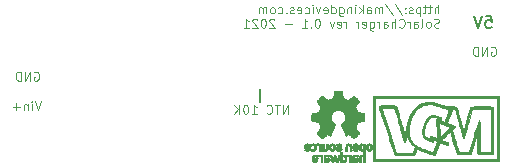
<source format=gbr>
%TF.GenerationSoftware,KiCad,Pcbnew,(5.1.12-1-g0a0a2da680)-1*%
%TF.CreationDate,2021-11-30T19:19:06+01:00*%
%TF.ProjectId,SolarCharger,536f6c61-7243-4686-9172-6765722e6b69,rev?*%
%TF.SameCoordinates,Original*%
%TF.FileFunction,Legend,Bot*%
%TF.FilePolarity,Positive*%
%FSLAX46Y46*%
G04 Gerber Fmt 4.6, Leading zero omitted, Abs format (unit mm)*
G04 Created by KiCad (PCBNEW (5.1.12-1-g0a0a2da680)-1) date 2021-11-30 19:19:06*
%MOMM*%
%LPD*%
G01*
G04 APERTURE LIST*
%ADD10C,0.125000*%
%ADD11C,0.150000*%
%ADD12C,0.010000*%
%ADD13C,0.200000*%
G04 APERTURE END LIST*
D10*
X115267857Y-43403571D02*
X115160714Y-43439285D01*
X114982142Y-43439285D01*
X114910714Y-43403571D01*
X114875000Y-43367857D01*
X114839285Y-43296428D01*
X114839285Y-43225000D01*
X114875000Y-43153571D01*
X114910714Y-43117857D01*
X114982142Y-43082142D01*
X115125000Y-43046428D01*
X115196428Y-43010714D01*
X115232142Y-42975000D01*
X115267857Y-42903571D01*
X115267857Y-42832142D01*
X115232142Y-42760714D01*
X115196428Y-42725000D01*
X115125000Y-42689285D01*
X114946428Y-42689285D01*
X114839285Y-42725000D01*
X114410714Y-43439285D02*
X114482142Y-43403571D01*
X114517857Y-43367857D01*
X114553571Y-43296428D01*
X114553571Y-43082142D01*
X114517857Y-43010714D01*
X114482142Y-42975000D01*
X114410714Y-42939285D01*
X114303571Y-42939285D01*
X114232142Y-42975000D01*
X114196428Y-43010714D01*
X114160714Y-43082142D01*
X114160714Y-43296428D01*
X114196428Y-43367857D01*
X114232142Y-43403571D01*
X114303571Y-43439285D01*
X114410714Y-43439285D01*
X113732142Y-43439285D02*
X113803571Y-43403571D01*
X113839285Y-43332142D01*
X113839285Y-42689285D01*
X113125000Y-43439285D02*
X113125000Y-43046428D01*
X113160714Y-42975000D01*
X113232142Y-42939285D01*
X113375000Y-42939285D01*
X113446428Y-42975000D01*
X113125000Y-43403571D02*
X113196428Y-43439285D01*
X113375000Y-43439285D01*
X113446428Y-43403571D01*
X113482142Y-43332142D01*
X113482142Y-43260714D01*
X113446428Y-43189285D01*
X113375000Y-43153571D01*
X113196428Y-43153571D01*
X113125000Y-43117857D01*
X112767857Y-43439285D02*
X112767857Y-42939285D01*
X112767857Y-43082142D02*
X112732142Y-43010714D01*
X112696428Y-42975000D01*
X112625000Y-42939285D01*
X112553571Y-42939285D01*
X111875000Y-43367857D02*
X111910714Y-43403571D01*
X112017857Y-43439285D01*
X112089285Y-43439285D01*
X112196428Y-43403571D01*
X112267857Y-43332142D01*
X112303571Y-43260714D01*
X112339285Y-43117857D01*
X112339285Y-43010714D01*
X112303571Y-42867857D01*
X112267857Y-42796428D01*
X112196428Y-42725000D01*
X112089285Y-42689285D01*
X112017857Y-42689285D01*
X111910714Y-42725000D01*
X111875000Y-42760714D01*
X111553571Y-43439285D02*
X111553571Y-42689285D01*
X111232142Y-43439285D02*
X111232142Y-43046428D01*
X111267857Y-42975000D01*
X111339285Y-42939285D01*
X111446428Y-42939285D01*
X111517857Y-42975000D01*
X111553571Y-43010714D01*
X110553571Y-43439285D02*
X110553571Y-43046428D01*
X110589285Y-42975000D01*
X110660714Y-42939285D01*
X110803571Y-42939285D01*
X110875000Y-42975000D01*
X110553571Y-43403571D02*
X110625000Y-43439285D01*
X110803571Y-43439285D01*
X110875000Y-43403571D01*
X110910714Y-43332142D01*
X110910714Y-43260714D01*
X110875000Y-43189285D01*
X110803571Y-43153571D01*
X110625000Y-43153571D01*
X110553571Y-43117857D01*
X110196428Y-43439285D02*
X110196428Y-42939285D01*
X110196428Y-43082142D02*
X110160714Y-43010714D01*
X110125000Y-42975000D01*
X110053571Y-42939285D01*
X109982142Y-42939285D01*
X109410714Y-42939285D02*
X109410714Y-43546428D01*
X109446428Y-43617857D01*
X109482142Y-43653571D01*
X109553571Y-43689285D01*
X109660714Y-43689285D01*
X109732142Y-43653571D01*
X109410714Y-43403571D02*
X109482142Y-43439285D01*
X109625000Y-43439285D01*
X109696428Y-43403571D01*
X109732142Y-43367857D01*
X109767857Y-43296428D01*
X109767857Y-43082142D01*
X109732142Y-43010714D01*
X109696428Y-42975000D01*
X109625000Y-42939285D01*
X109482142Y-42939285D01*
X109410714Y-42975000D01*
X108767857Y-43403571D02*
X108839285Y-43439285D01*
X108982142Y-43439285D01*
X109053571Y-43403571D01*
X109089285Y-43332142D01*
X109089285Y-43046428D01*
X109053571Y-42975000D01*
X108982142Y-42939285D01*
X108839285Y-42939285D01*
X108767857Y-42975000D01*
X108732142Y-43046428D01*
X108732142Y-43117857D01*
X109089285Y-43189285D01*
X108410714Y-43439285D02*
X108410714Y-42939285D01*
X108410714Y-43082142D02*
X108375000Y-43010714D01*
X108339285Y-42975000D01*
X108267857Y-42939285D01*
X108196428Y-42939285D01*
X107375000Y-43439285D02*
X107375000Y-42939285D01*
X107375000Y-43082142D02*
X107339285Y-43010714D01*
X107303571Y-42975000D01*
X107232142Y-42939285D01*
X107160714Y-42939285D01*
X106625000Y-43403571D02*
X106696428Y-43439285D01*
X106839285Y-43439285D01*
X106910714Y-43403571D01*
X106946428Y-43332142D01*
X106946428Y-43046428D01*
X106910714Y-42975000D01*
X106839285Y-42939285D01*
X106696428Y-42939285D01*
X106625000Y-42975000D01*
X106589285Y-43046428D01*
X106589285Y-43117857D01*
X106946428Y-43189285D01*
X106339285Y-42939285D02*
X106160714Y-43439285D01*
X105982142Y-42939285D01*
X104982142Y-42689285D02*
X104910714Y-42689285D01*
X104839285Y-42725000D01*
X104803571Y-42760714D01*
X104767857Y-42832142D01*
X104732142Y-42975000D01*
X104732142Y-43153571D01*
X104767857Y-43296428D01*
X104803571Y-43367857D01*
X104839285Y-43403571D01*
X104910714Y-43439285D01*
X104982142Y-43439285D01*
X105053571Y-43403571D01*
X105089285Y-43367857D01*
X105125000Y-43296428D01*
X105160714Y-43153571D01*
X105160714Y-42975000D01*
X105125000Y-42832142D01*
X105089285Y-42760714D01*
X105053571Y-42725000D01*
X104982142Y-42689285D01*
X104410714Y-43367857D02*
X104375000Y-43403571D01*
X104410714Y-43439285D01*
X104446428Y-43403571D01*
X104410714Y-43367857D01*
X104410714Y-43439285D01*
X103660714Y-43439285D02*
X104089285Y-43439285D01*
X103875000Y-43439285D02*
X103875000Y-42689285D01*
X103946428Y-42796428D01*
X104017857Y-42867857D01*
X104089285Y-42903571D01*
X102767857Y-43153571D02*
X102196428Y-43153571D01*
X101303571Y-42760714D02*
X101267857Y-42725000D01*
X101196428Y-42689285D01*
X101017857Y-42689285D01*
X100946428Y-42725000D01*
X100910714Y-42760714D01*
X100875000Y-42832142D01*
X100875000Y-42903571D01*
X100910714Y-43010714D01*
X101339285Y-43439285D01*
X100875000Y-43439285D01*
X100410714Y-42689285D02*
X100339285Y-42689285D01*
X100267857Y-42725000D01*
X100232142Y-42760714D01*
X100196428Y-42832142D01*
X100160714Y-42975000D01*
X100160714Y-43153571D01*
X100196428Y-43296428D01*
X100232142Y-43367857D01*
X100267857Y-43403571D01*
X100339285Y-43439285D01*
X100410714Y-43439285D01*
X100482142Y-43403571D01*
X100517857Y-43367857D01*
X100553571Y-43296428D01*
X100589285Y-43153571D01*
X100589285Y-42975000D01*
X100553571Y-42832142D01*
X100517857Y-42760714D01*
X100482142Y-42725000D01*
X100410714Y-42689285D01*
X99875000Y-42760714D02*
X99839285Y-42725000D01*
X99767857Y-42689285D01*
X99589285Y-42689285D01*
X99517857Y-42725000D01*
X99482142Y-42760714D01*
X99446428Y-42832142D01*
X99446428Y-42903571D01*
X99482142Y-43010714D01*
X99910714Y-43439285D01*
X99446428Y-43439285D01*
X98732142Y-43439285D02*
X99160714Y-43439285D01*
X98946428Y-43439285D02*
X98946428Y-42689285D01*
X99017857Y-42796428D01*
X99089285Y-42867857D01*
X99160714Y-42903571D01*
X115207142Y-42239285D02*
X115207142Y-41489285D01*
X114885714Y-42239285D02*
X114885714Y-41846428D01*
X114921428Y-41775000D01*
X114992857Y-41739285D01*
X115100000Y-41739285D01*
X115171428Y-41775000D01*
X115207142Y-41810714D01*
X114635714Y-41739285D02*
X114350000Y-41739285D01*
X114528571Y-41489285D02*
X114528571Y-42132142D01*
X114492857Y-42203571D01*
X114421428Y-42239285D01*
X114350000Y-42239285D01*
X114207142Y-41739285D02*
X113921428Y-41739285D01*
X114100000Y-41489285D02*
X114100000Y-42132142D01*
X114064285Y-42203571D01*
X113992857Y-42239285D01*
X113921428Y-42239285D01*
X113671428Y-41739285D02*
X113671428Y-42489285D01*
X113671428Y-41775000D02*
X113600000Y-41739285D01*
X113457142Y-41739285D01*
X113385714Y-41775000D01*
X113350000Y-41810714D01*
X113314285Y-41882142D01*
X113314285Y-42096428D01*
X113350000Y-42167857D01*
X113385714Y-42203571D01*
X113457142Y-42239285D01*
X113600000Y-42239285D01*
X113671428Y-42203571D01*
X113028571Y-42203571D02*
X112957142Y-42239285D01*
X112814285Y-42239285D01*
X112742857Y-42203571D01*
X112707142Y-42132142D01*
X112707142Y-42096428D01*
X112742857Y-42025000D01*
X112814285Y-41989285D01*
X112921428Y-41989285D01*
X112992857Y-41953571D01*
X113028571Y-41882142D01*
X113028571Y-41846428D01*
X112992857Y-41775000D01*
X112921428Y-41739285D01*
X112814285Y-41739285D01*
X112742857Y-41775000D01*
X112385714Y-42167857D02*
X112350000Y-42203571D01*
X112385714Y-42239285D01*
X112421428Y-42203571D01*
X112385714Y-42167857D01*
X112385714Y-42239285D01*
X112385714Y-41775000D02*
X112350000Y-41810714D01*
X112385714Y-41846428D01*
X112421428Y-41810714D01*
X112385714Y-41775000D01*
X112385714Y-41846428D01*
X111492857Y-41453571D02*
X112135714Y-42417857D01*
X110707142Y-41453571D02*
X111350000Y-42417857D01*
X110457142Y-42239285D02*
X110457142Y-41739285D01*
X110457142Y-41810714D02*
X110421428Y-41775000D01*
X110350000Y-41739285D01*
X110242857Y-41739285D01*
X110171428Y-41775000D01*
X110135714Y-41846428D01*
X110135714Y-42239285D01*
X110135714Y-41846428D02*
X110100000Y-41775000D01*
X110028571Y-41739285D01*
X109921428Y-41739285D01*
X109850000Y-41775000D01*
X109814285Y-41846428D01*
X109814285Y-42239285D01*
X109135714Y-42239285D02*
X109135714Y-41846428D01*
X109171428Y-41775000D01*
X109242857Y-41739285D01*
X109385714Y-41739285D01*
X109457142Y-41775000D01*
X109135714Y-42203571D02*
X109207142Y-42239285D01*
X109385714Y-42239285D01*
X109457142Y-42203571D01*
X109492857Y-42132142D01*
X109492857Y-42060714D01*
X109457142Y-41989285D01*
X109385714Y-41953571D01*
X109207142Y-41953571D01*
X109135714Y-41917857D01*
X108778571Y-42239285D02*
X108778571Y-41489285D01*
X108707142Y-41953571D02*
X108492857Y-42239285D01*
X108492857Y-41739285D02*
X108778571Y-42025000D01*
X108171428Y-42239285D02*
X108171428Y-41739285D01*
X108171428Y-41489285D02*
X108207142Y-41525000D01*
X108171428Y-41560714D01*
X108135714Y-41525000D01*
X108171428Y-41489285D01*
X108171428Y-41560714D01*
X107814285Y-41739285D02*
X107814285Y-42239285D01*
X107814285Y-41810714D02*
X107778571Y-41775000D01*
X107707142Y-41739285D01*
X107600000Y-41739285D01*
X107528571Y-41775000D01*
X107492857Y-41846428D01*
X107492857Y-42239285D01*
X106814285Y-41739285D02*
X106814285Y-42346428D01*
X106850000Y-42417857D01*
X106885714Y-42453571D01*
X106957142Y-42489285D01*
X107064285Y-42489285D01*
X107135714Y-42453571D01*
X106814285Y-42203571D02*
X106885714Y-42239285D01*
X107028571Y-42239285D01*
X107100000Y-42203571D01*
X107135714Y-42167857D01*
X107171428Y-42096428D01*
X107171428Y-41882142D01*
X107135714Y-41810714D01*
X107100000Y-41775000D01*
X107028571Y-41739285D01*
X106885714Y-41739285D01*
X106814285Y-41775000D01*
X106135714Y-42239285D02*
X106135714Y-41489285D01*
X106135714Y-42203571D02*
X106207142Y-42239285D01*
X106350000Y-42239285D01*
X106421428Y-42203571D01*
X106457142Y-42167857D01*
X106492857Y-42096428D01*
X106492857Y-41882142D01*
X106457142Y-41810714D01*
X106421428Y-41775000D01*
X106350000Y-41739285D01*
X106207142Y-41739285D01*
X106135714Y-41775000D01*
X105492857Y-42203571D02*
X105564285Y-42239285D01*
X105707142Y-42239285D01*
X105778571Y-42203571D01*
X105814285Y-42132142D01*
X105814285Y-41846428D01*
X105778571Y-41775000D01*
X105707142Y-41739285D01*
X105564285Y-41739285D01*
X105492857Y-41775000D01*
X105457142Y-41846428D01*
X105457142Y-41917857D01*
X105814285Y-41989285D01*
X105207142Y-41739285D02*
X105028571Y-42239285D01*
X104850000Y-41739285D01*
X104564285Y-42239285D02*
X104564285Y-41739285D01*
X104564285Y-41489285D02*
X104600000Y-41525000D01*
X104564285Y-41560714D01*
X104528571Y-41525000D01*
X104564285Y-41489285D01*
X104564285Y-41560714D01*
X103885714Y-42203571D02*
X103957142Y-42239285D01*
X104100000Y-42239285D01*
X104171428Y-42203571D01*
X104207142Y-42167857D01*
X104242857Y-42096428D01*
X104242857Y-41882142D01*
X104207142Y-41810714D01*
X104171428Y-41775000D01*
X104100000Y-41739285D01*
X103957142Y-41739285D01*
X103885714Y-41775000D01*
X103278571Y-42203571D02*
X103350000Y-42239285D01*
X103492857Y-42239285D01*
X103564285Y-42203571D01*
X103600000Y-42132142D01*
X103600000Y-41846428D01*
X103564285Y-41775000D01*
X103492857Y-41739285D01*
X103350000Y-41739285D01*
X103278571Y-41775000D01*
X103242857Y-41846428D01*
X103242857Y-41917857D01*
X103600000Y-41989285D01*
X102957142Y-42203571D02*
X102885714Y-42239285D01*
X102742857Y-42239285D01*
X102671428Y-42203571D01*
X102635714Y-42132142D01*
X102635714Y-42096428D01*
X102671428Y-42025000D01*
X102742857Y-41989285D01*
X102850000Y-41989285D01*
X102921428Y-41953571D01*
X102957142Y-41882142D01*
X102957142Y-41846428D01*
X102921428Y-41775000D01*
X102850000Y-41739285D01*
X102742857Y-41739285D01*
X102671428Y-41775000D01*
X102314285Y-42167857D02*
X102278571Y-42203571D01*
X102314285Y-42239285D01*
X102350000Y-42203571D01*
X102314285Y-42167857D01*
X102314285Y-42239285D01*
X101635714Y-42203571D02*
X101707142Y-42239285D01*
X101850000Y-42239285D01*
X101921428Y-42203571D01*
X101957142Y-42167857D01*
X101992857Y-42096428D01*
X101992857Y-41882142D01*
X101957142Y-41810714D01*
X101921428Y-41775000D01*
X101850000Y-41739285D01*
X101707142Y-41739285D01*
X101635714Y-41775000D01*
X101207142Y-42239285D02*
X101278571Y-42203571D01*
X101314285Y-42167857D01*
X101350000Y-42096428D01*
X101350000Y-41882142D01*
X101314285Y-41810714D01*
X101278571Y-41775000D01*
X101207142Y-41739285D01*
X101100000Y-41739285D01*
X101028571Y-41775000D01*
X100992857Y-41810714D01*
X100957142Y-41882142D01*
X100957142Y-42096428D01*
X100992857Y-42167857D01*
X101028571Y-42203571D01*
X101100000Y-42239285D01*
X101207142Y-42239285D01*
X100635714Y-42239285D02*
X100635714Y-41739285D01*
X100635714Y-41810714D02*
X100600000Y-41775000D01*
X100528571Y-41739285D01*
X100421428Y-41739285D01*
X100350000Y-41775000D01*
X100314285Y-41846428D01*
X100314285Y-42239285D01*
X100314285Y-41846428D02*
X100278571Y-41775000D01*
X100207142Y-41739285D01*
X100100000Y-41739285D01*
X100028571Y-41775000D01*
X99992857Y-41846428D01*
X99992857Y-42239285D01*
X102450000Y-50739285D02*
X102450000Y-49989285D01*
X102021428Y-50739285D01*
X102021428Y-49989285D01*
X101771428Y-49989285D02*
X101342857Y-49989285D01*
X101557142Y-50739285D02*
X101557142Y-49989285D01*
X100664285Y-50667857D02*
X100700000Y-50703571D01*
X100807142Y-50739285D01*
X100878571Y-50739285D01*
X100985714Y-50703571D01*
X101057142Y-50632142D01*
X101092857Y-50560714D01*
X101128571Y-50417857D01*
X101128571Y-50310714D01*
X101092857Y-50167857D01*
X101057142Y-50096428D01*
X100985714Y-50025000D01*
X100878571Y-49989285D01*
X100807142Y-49989285D01*
X100700000Y-50025000D01*
X100664285Y-50060714D01*
X99378571Y-50739285D02*
X99807142Y-50739285D01*
X99592857Y-50739285D02*
X99592857Y-49989285D01*
X99664285Y-50096428D01*
X99735714Y-50167857D01*
X99807142Y-50203571D01*
X98914285Y-49989285D02*
X98842857Y-49989285D01*
X98771428Y-50025000D01*
X98735714Y-50060714D01*
X98700000Y-50132142D01*
X98664285Y-50275000D01*
X98664285Y-50453571D01*
X98700000Y-50596428D01*
X98735714Y-50667857D01*
X98771428Y-50703571D01*
X98842857Y-50739285D01*
X98914285Y-50739285D01*
X98985714Y-50703571D01*
X99021428Y-50667857D01*
X99057142Y-50596428D01*
X99092857Y-50453571D01*
X99092857Y-50275000D01*
X99057142Y-50132142D01*
X99021428Y-50060714D01*
X98985714Y-50025000D01*
X98914285Y-49989285D01*
X98342857Y-50739285D02*
X98342857Y-49989285D01*
X97914285Y-50739285D02*
X98235714Y-50310714D01*
X97914285Y-49989285D02*
X98342857Y-50417857D01*
X81532142Y-49689285D02*
X81282142Y-50439285D01*
X81032142Y-49689285D01*
X80782142Y-50439285D02*
X80782142Y-49939285D01*
X80782142Y-49689285D02*
X80817857Y-49725000D01*
X80782142Y-49760714D01*
X80746428Y-49725000D01*
X80782142Y-49689285D01*
X80782142Y-49760714D01*
X80425000Y-49939285D02*
X80425000Y-50439285D01*
X80425000Y-50010714D02*
X80389285Y-49975000D01*
X80317857Y-49939285D01*
X80210714Y-49939285D01*
X80139285Y-49975000D01*
X80103571Y-50046428D01*
X80103571Y-50439285D01*
X79746428Y-50153571D02*
X79175000Y-50153571D01*
X79460714Y-50439285D02*
X79460714Y-49867857D01*
X80971428Y-47225000D02*
X81042857Y-47189285D01*
X81150000Y-47189285D01*
X81257142Y-47225000D01*
X81328571Y-47296428D01*
X81364285Y-47367857D01*
X81400000Y-47510714D01*
X81400000Y-47617857D01*
X81364285Y-47760714D01*
X81328571Y-47832142D01*
X81257142Y-47903571D01*
X81150000Y-47939285D01*
X81078571Y-47939285D01*
X80971428Y-47903571D01*
X80935714Y-47867857D01*
X80935714Y-47617857D01*
X81078571Y-47617857D01*
X80614285Y-47939285D02*
X80614285Y-47189285D01*
X80185714Y-47939285D01*
X80185714Y-47189285D01*
X79828571Y-47939285D02*
X79828571Y-47189285D01*
X79650000Y-47189285D01*
X79542857Y-47225000D01*
X79471428Y-47296428D01*
X79435714Y-47367857D01*
X79400000Y-47510714D01*
X79400000Y-47617857D01*
X79435714Y-47760714D01*
X79471428Y-47832142D01*
X79542857Y-47903571D01*
X79650000Y-47939285D01*
X79828571Y-47939285D01*
X119671428Y-45125000D02*
X119742857Y-45089285D01*
X119850000Y-45089285D01*
X119957142Y-45125000D01*
X120028571Y-45196428D01*
X120064285Y-45267857D01*
X120100000Y-45410714D01*
X120100000Y-45517857D01*
X120064285Y-45660714D01*
X120028571Y-45732142D01*
X119957142Y-45803571D01*
X119850000Y-45839285D01*
X119778571Y-45839285D01*
X119671428Y-45803571D01*
X119635714Y-45767857D01*
X119635714Y-45517857D01*
X119778571Y-45517857D01*
X119314285Y-45839285D02*
X119314285Y-45089285D01*
X118885714Y-45839285D01*
X118885714Y-45089285D01*
X118528571Y-45839285D02*
X118528571Y-45089285D01*
X118350000Y-45089285D01*
X118242857Y-45125000D01*
X118171428Y-45196428D01*
X118135714Y-45267857D01*
X118100000Y-45410714D01*
X118100000Y-45517857D01*
X118135714Y-45660714D01*
X118171428Y-45732142D01*
X118242857Y-45803571D01*
X118350000Y-45839285D01*
X118528571Y-45839285D01*
D11*
X119190476Y-42452380D02*
X119666666Y-42452380D01*
X119714285Y-42928571D01*
X119666666Y-42880952D01*
X119571428Y-42833333D01*
X119333333Y-42833333D01*
X119238095Y-42880952D01*
X119190476Y-42928571D01*
X119142857Y-43023809D01*
X119142857Y-43261904D01*
X119190476Y-43357142D01*
X119238095Y-43404761D01*
X119333333Y-43452380D01*
X119571428Y-43452380D01*
X119666666Y-43404761D01*
X119714285Y-43357142D01*
X118857142Y-42452380D02*
X118523809Y-43452380D01*
X118190476Y-42452380D01*
D12*
%TO.C,REF\u002A\u002A*%
G36*
X108608759Y-53269184D02*
G01*
X108582247Y-53282282D01*
X108549553Y-53305106D01*
X108525725Y-53329996D01*
X108509406Y-53361249D01*
X108499240Y-53403166D01*
X108493872Y-53460044D01*
X108491944Y-53536184D01*
X108491831Y-53568917D01*
X108492161Y-53640656D01*
X108493527Y-53691927D01*
X108496500Y-53727404D01*
X108501649Y-53751763D01*
X108509543Y-53769680D01*
X108517757Y-53781902D01*
X108570187Y-53833905D01*
X108631930Y-53865184D01*
X108698536Y-53874592D01*
X108765558Y-53860980D01*
X108786792Y-53851354D01*
X108837624Y-53824859D01*
X108837624Y-54240052D01*
X108800525Y-54220868D01*
X108751643Y-54206025D01*
X108691561Y-54202222D01*
X108631564Y-54209243D01*
X108586256Y-54225013D01*
X108548675Y-54255047D01*
X108516564Y-54298024D01*
X108514150Y-54302436D01*
X108503967Y-54323221D01*
X108496530Y-54344170D01*
X108491411Y-54369548D01*
X108488181Y-54403618D01*
X108486413Y-54450641D01*
X108485677Y-54514882D01*
X108485544Y-54587176D01*
X108485544Y-54817822D01*
X108623861Y-54817822D01*
X108623861Y-54392533D01*
X108662549Y-54359979D01*
X108702738Y-54333940D01*
X108740797Y-54329205D01*
X108779066Y-54341389D01*
X108799462Y-54353320D01*
X108814642Y-54370313D01*
X108825438Y-54395995D01*
X108832683Y-54433991D01*
X108837208Y-54487926D01*
X108839844Y-54561425D01*
X108840772Y-54610347D01*
X108843911Y-54811535D01*
X108909926Y-54815336D01*
X108975940Y-54819136D01*
X108975940Y-53570650D01*
X108837624Y-53570650D01*
X108834097Y-53640254D01*
X108822215Y-53688569D01*
X108800020Y-53718631D01*
X108765559Y-53733471D01*
X108730742Y-53736436D01*
X108691329Y-53733028D01*
X108665171Y-53719617D01*
X108648814Y-53701896D01*
X108635937Y-53682835D01*
X108628272Y-53661601D01*
X108624861Y-53631849D01*
X108624749Y-53587236D01*
X108625897Y-53549880D01*
X108628532Y-53493604D01*
X108632456Y-53456658D01*
X108639063Y-53433223D01*
X108649749Y-53417480D01*
X108659833Y-53408380D01*
X108701970Y-53388537D01*
X108751840Y-53385332D01*
X108780476Y-53392168D01*
X108808828Y-53416464D01*
X108827609Y-53463728D01*
X108836712Y-53533624D01*
X108837624Y-53570650D01*
X108975940Y-53570650D01*
X108975940Y-53258614D01*
X108906782Y-53258614D01*
X108865260Y-53260256D01*
X108843838Y-53266087D01*
X108837626Y-53277461D01*
X108837624Y-53277798D01*
X108834742Y-53288938D01*
X108822030Y-53287673D01*
X108796757Y-53275433D01*
X108737869Y-53256707D01*
X108671615Y-53254739D01*
X108608759Y-53269184D01*
G37*
X108608759Y-53269184D02*
X108582247Y-53282282D01*
X108549553Y-53305106D01*
X108525725Y-53329996D01*
X108509406Y-53361249D01*
X108499240Y-53403166D01*
X108493872Y-53460044D01*
X108491944Y-53536184D01*
X108491831Y-53568917D01*
X108492161Y-53640656D01*
X108493527Y-53691927D01*
X108496500Y-53727404D01*
X108501649Y-53751763D01*
X108509543Y-53769680D01*
X108517757Y-53781902D01*
X108570187Y-53833905D01*
X108631930Y-53865184D01*
X108698536Y-53874592D01*
X108765558Y-53860980D01*
X108786792Y-53851354D01*
X108837624Y-53824859D01*
X108837624Y-54240052D01*
X108800525Y-54220868D01*
X108751643Y-54206025D01*
X108691561Y-54202222D01*
X108631564Y-54209243D01*
X108586256Y-54225013D01*
X108548675Y-54255047D01*
X108516564Y-54298024D01*
X108514150Y-54302436D01*
X108503967Y-54323221D01*
X108496530Y-54344170D01*
X108491411Y-54369548D01*
X108488181Y-54403618D01*
X108486413Y-54450641D01*
X108485677Y-54514882D01*
X108485544Y-54587176D01*
X108485544Y-54817822D01*
X108623861Y-54817822D01*
X108623861Y-54392533D01*
X108662549Y-54359979D01*
X108702738Y-54333940D01*
X108740797Y-54329205D01*
X108779066Y-54341389D01*
X108799462Y-54353320D01*
X108814642Y-54370313D01*
X108825438Y-54395995D01*
X108832683Y-54433991D01*
X108837208Y-54487926D01*
X108839844Y-54561425D01*
X108840772Y-54610347D01*
X108843911Y-54811535D01*
X108909926Y-54815336D01*
X108975940Y-54819136D01*
X108975940Y-53570650D01*
X108837624Y-53570650D01*
X108834097Y-53640254D01*
X108822215Y-53688569D01*
X108800020Y-53718631D01*
X108765559Y-53733471D01*
X108730742Y-53736436D01*
X108691329Y-53733028D01*
X108665171Y-53719617D01*
X108648814Y-53701896D01*
X108635937Y-53682835D01*
X108628272Y-53661601D01*
X108624861Y-53631849D01*
X108624749Y-53587236D01*
X108625897Y-53549880D01*
X108628532Y-53493604D01*
X108632456Y-53456658D01*
X108639063Y-53433223D01*
X108649749Y-53417480D01*
X108659833Y-53408380D01*
X108701970Y-53388537D01*
X108751840Y-53385332D01*
X108780476Y-53392168D01*
X108808828Y-53416464D01*
X108827609Y-53463728D01*
X108836712Y-53533624D01*
X108837624Y-53570650D01*
X108975940Y-53570650D01*
X108975940Y-53258614D01*
X108906782Y-53258614D01*
X108865260Y-53260256D01*
X108843838Y-53266087D01*
X108837626Y-53277461D01*
X108837624Y-53277798D01*
X108834742Y-53288938D01*
X108822030Y-53287673D01*
X108796757Y-53275433D01*
X108737869Y-53256707D01*
X108671615Y-53254739D01*
X108608759Y-53269184D01*
G36*
X108084210Y-54206555D02*
G01*
X108025055Y-54222339D01*
X107980023Y-54250948D01*
X107948246Y-54288419D01*
X107938366Y-54304411D01*
X107931073Y-54321163D01*
X107925974Y-54342592D01*
X107922679Y-54372616D01*
X107920797Y-54415154D01*
X107919937Y-54474122D01*
X107919707Y-54553440D01*
X107919703Y-54574484D01*
X107919703Y-54817822D01*
X107980059Y-54817822D01*
X108018557Y-54815126D01*
X108047023Y-54808295D01*
X108054155Y-54804083D01*
X108073652Y-54796813D01*
X108093566Y-54804083D01*
X108126353Y-54813160D01*
X108173978Y-54816813D01*
X108226764Y-54815228D01*
X108275036Y-54808589D01*
X108303218Y-54800072D01*
X108357753Y-54765063D01*
X108391835Y-54716479D01*
X108407157Y-54651882D01*
X108407299Y-54650223D01*
X108405955Y-54621566D01*
X108284356Y-54621566D01*
X108273726Y-54654161D01*
X108256410Y-54672505D01*
X108221652Y-54686379D01*
X108175773Y-54691917D01*
X108128988Y-54689191D01*
X108091514Y-54678274D01*
X108081015Y-54671269D01*
X108062668Y-54638904D01*
X108058020Y-54602111D01*
X108058020Y-54553763D01*
X108127582Y-54553763D01*
X108193667Y-54558850D01*
X108243764Y-54573263D01*
X108274929Y-54595729D01*
X108284356Y-54621566D01*
X108405955Y-54621566D01*
X108403987Y-54579647D01*
X108380710Y-54523845D01*
X108336948Y-54481647D01*
X108330899Y-54477808D01*
X108304907Y-54465309D01*
X108272735Y-54457740D01*
X108227760Y-54454061D01*
X108174331Y-54453216D01*
X108058020Y-54453169D01*
X108058020Y-54404411D01*
X108062953Y-54366581D01*
X108075543Y-54341236D01*
X108077017Y-54339887D01*
X108105034Y-54328800D01*
X108147326Y-54324503D01*
X108194064Y-54326615D01*
X108235418Y-54334756D01*
X108259957Y-54346965D01*
X108273253Y-54356746D01*
X108287294Y-54358613D01*
X108306671Y-54350600D01*
X108335976Y-54330739D01*
X108379803Y-54297063D01*
X108383825Y-54293909D01*
X108381764Y-54282236D01*
X108364568Y-54262822D01*
X108338433Y-54241248D01*
X108309552Y-54223096D01*
X108300478Y-54218809D01*
X108267380Y-54210256D01*
X108218880Y-54204155D01*
X108164695Y-54201708D01*
X108162161Y-54201703D01*
X108084210Y-54206555D01*
G37*
X108084210Y-54206555D02*
X108025055Y-54222339D01*
X107980023Y-54250948D01*
X107948246Y-54288419D01*
X107938366Y-54304411D01*
X107931073Y-54321163D01*
X107925974Y-54342592D01*
X107922679Y-54372616D01*
X107920797Y-54415154D01*
X107919937Y-54474122D01*
X107919707Y-54553440D01*
X107919703Y-54574484D01*
X107919703Y-54817822D01*
X107980059Y-54817822D01*
X108018557Y-54815126D01*
X108047023Y-54808295D01*
X108054155Y-54804083D01*
X108073652Y-54796813D01*
X108093566Y-54804083D01*
X108126353Y-54813160D01*
X108173978Y-54816813D01*
X108226764Y-54815228D01*
X108275036Y-54808589D01*
X108303218Y-54800072D01*
X108357753Y-54765063D01*
X108391835Y-54716479D01*
X108407157Y-54651882D01*
X108407299Y-54650223D01*
X108405955Y-54621566D01*
X108284356Y-54621566D01*
X108273726Y-54654161D01*
X108256410Y-54672505D01*
X108221652Y-54686379D01*
X108175773Y-54691917D01*
X108128988Y-54689191D01*
X108091514Y-54678274D01*
X108081015Y-54671269D01*
X108062668Y-54638904D01*
X108058020Y-54602111D01*
X108058020Y-54553763D01*
X108127582Y-54553763D01*
X108193667Y-54558850D01*
X108243764Y-54573263D01*
X108274929Y-54595729D01*
X108284356Y-54621566D01*
X108405955Y-54621566D01*
X108403987Y-54579647D01*
X108380710Y-54523845D01*
X108336948Y-54481647D01*
X108330899Y-54477808D01*
X108304907Y-54465309D01*
X108272735Y-54457740D01*
X108227760Y-54454061D01*
X108174331Y-54453216D01*
X108058020Y-54453169D01*
X108058020Y-54404411D01*
X108062953Y-54366581D01*
X108075543Y-54341236D01*
X108077017Y-54339887D01*
X108105034Y-54328800D01*
X108147326Y-54324503D01*
X108194064Y-54326615D01*
X108235418Y-54334756D01*
X108259957Y-54346965D01*
X108273253Y-54356746D01*
X108287294Y-54358613D01*
X108306671Y-54350600D01*
X108335976Y-54330739D01*
X108379803Y-54297063D01*
X108383825Y-54293909D01*
X108381764Y-54282236D01*
X108364568Y-54262822D01*
X108338433Y-54241248D01*
X108309552Y-54223096D01*
X108300478Y-54218809D01*
X108267380Y-54210256D01*
X108218880Y-54204155D01*
X108164695Y-54201708D01*
X108162161Y-54201703D01*
X108084210Y-54206555D01*
G36*
X107693356Y-54203020D02*
G01*
X107674539Y-54208660D01*
X107668473Y-54221053D01*
X107668218Y-54226647D01*
X107667129Y-54242230D01*
X107659632Y-54244676D01*
X107639381Y-54233993D01*
X107627351Y-54226694D01*
X107589400Y-54211063D01*
X107544072Y-54203334D01*
X107496544Y-54202740D01*
X107451995Y-54208513D01*
X107415602Y-54219884D01*
X107392543Y-54236088D01*
X107387996Y-54256355D01*
X107390291Y-54261843D01*
X107407020Y-54284626D01*
X107432963Y-54312647D01*
X107437655Y-54317177D01*
X107462383Y-54338005D01*
X107483718Y-54344735D01*
X107513555Y-54340038D01*
X107525508Y-54336917D01*
X107562705Y-54329421D01*
X107588859Y-54332792D01*
X107610946Y-54344681D01*
X107631178Y-54360635D01*
X107646079Y-54380700D01*
X107656434Y-54408702D01*
X107663029Y-54448467D01*
X107666649Y-54503823D01*
X107668078Y-54578594D01*
X107668218Y-54623740D01*
X107668218Y-54817822D01*
X107793960Y-54817822D01*
X107793960Y-54201683D01*
X107731089Y-54201683D01*
X107693356Y-54203020D01*
G37*
X107693356Y-54203020D02*
X107674539Y-54208660D01*
X107668473Y-54221053D01*
X107668218Y-54226647D01*
X107667129Y-54242230D01*
X107659632Y-54244676D01*
X107639381Y-54233993D01*
X107627351Y-54226694D01*
X107589400Y-54211063D01*
X107544072Y-54203334D01*
X107496544Y-54202740D01*
X107451995Y-54208513D01*
X107415602Y-54219884D01*
X107392543Y-54236088D01*
X107387996Y-54256355D01*
X107390291Y-54261843D01*
X107407020Y-54284626D01*
X107432963Y-54312647D01*
X107437655Y-54317177D01*
X107462383Y-54338005D01*
X107483718Y-54344735D01*
X107513555Y-54340038D01*
X107525508Y-54336917D01*
X107562705Y-54329421D01*
X107588859Y-54332792D01*
X107610946Y-54344681D01*
X107631178Y-54360635D01*
X107646079Y-54380700D01*
X107656434Y-54408702D01*
X107663029Y-54448467D01*
X107666649Y-54503823D01*
X107668078Y-54578594D01*
X107668218Y-54623740D01*
X107668218Y-54817822D01*
X107793960Y-54817822D01*
X107793960Y-54201683D01*
X107731089Y-54201683D01*
X107693356Y-54203020D01*
G36*
X106901188Y-54817822D02*
G01*
X106970346Y-54817822D01*
X107010488Y-54816645D01*
X107031394Y-54811772D01*
X107038922Y-54801186D01*
X107039505Y-54794029D01*
X107040774Y-54779676D01*
X107048779Y-54776923D01*
X107069815Y-54785771D01*
X107086173Y-54794029D01*
X107148977Y-54813597D01*
X107217248Y-54814729D01*
X107272752Y-54800135D01*
X107324438Y-54764877D01*
X107363838Y-54712835D01*
X107385413Y-54651450D01*
X107385962Y-54648018D01*
X107389167Y-54610571D01*
X107390761Y-54556813D01*
X107390633Y-54516155D01*
X107253279Y-54516155D01*
X107250097Y-54570194D01*
X107242859Y-54614735D01*
X107233060Y-54639888D01*
X107195989Y-54674260D01*
X107151974Y-54686582D01*
X107106584Y-54676618D01*
X107067797Y-54646895D01*
X107053108Y-54626905D01*
X107044519Y-54603050D01*
X107040496Y-54568230D01*
X107039505Y-54515930D01*
X107041278Y-54464139D01*
X107045963Y-54418634D01*
X107052603Y-54388181D01*
X107053710Y-54385452D01*
X107080491Y-54353000D01*
X107119579Y-54335183D01*
X107163315Y-54332306D01*
X107204038Y-54344674D01*
X107234087Y-54372593D01*
X107237204Y-54378148D01*
X107246961Y-54412022D01*
X107252277Y-54460728D01*
X107253279Y-54516155D01*
X107390633Y-54516155D01*
X107390568Y-54495540D01*
X107389664Y-54462563D01*
X107383514Y-54380981D01*
X107370733Y-54319730D01*
X107349471Y-54274449D01*
X107317878Y-54240779D01*
X107287207Y-54221014D01*
X107244354Y-54207120D01*
X107191056Y-54202354D01*
X107136480Y-54206236D01*
X107089792Y-54218282D01*
X107065124Y-54232693D01*
X107039505Y-54255878D01*
X107039505Y-53962773D01*
X106901188Y-53962773D01*
X106901188Y-54817822D01*
G37*
X106901188Y-54817822D02*
X106970346Y-54817822D01*
X107010488Y-54816645D01*
X107031394Y-54811772D01*
X107038922Y-54801186D01*
X107039505Y-54794029D01*
X107040774Y-54779676D01*
X107048779Y-54776923D01*
X107069815Y-54785771D01*
X107086173Y-54794029D01*
X107148977Y-54813597D01*
X107217248Y-54814729D01*
X107272752Y-54800135D01*
X107324438Y-54764877D01*
X107363838Y-54712835D01*
X107385413Y-54651450D01*
X107385962Y-54648018D01*
X107389167Y-54610571D01*
X107390761Y-54556813D01*
X107390633Y-54516155D01*
X107253279Y-54516155D01*
X107250097Y-54570194D01*
X107242859Y-54614735D01*
X107233060Y-54639888D01*
X107195989Y-54674260D01*
X107151974Y-54686582D01*
X107106584Y-54676618D01*
X107067797Y-54646895D01*
X107053108Y-54626905D01*
X107044519Y-54603050D01*
X107040496Y-54568230D01*
X107039505Y-54515930D01*
X107041278Y-54464139D01*
X107045963Y-54418634D01*
X107052603Y-54388181D01*
X107053710Y-54385452D01*
X107080491Y-54353000D01*
X107119579Y-54335183D01*
X107163315Y-54332306D01*
X107204038Y-54344674D01*
X107234087Y-54372593D01*
X107237204Y-54378148D01*
X107246961Y-54412022D01*
X107252277Y-54460728D01*
X107253279Y-54516155D01*
X107390633Y-54516155D01*
X107390568Y-54495540D01*
X107389664Y-54462563D01*
X107383514Y-54380981D01*
X107370733Y-54319730D01*
X107349471Y-54274449D01*
X107317878Y-54240779D01*
X107287207Y-54221014D01*
X107244354Y-54207120D01*
X107191056Y-54202354D01*
X107136480Y-54206236D01*
X107089792Y-54218282D01*
X107065124Y-54232693D01*
X107039505Y-54255878D01*
X107039505Y-53962773D01*
X106901188Y-53962773D01*
X106901188Y-54817822D01*
G36*
X106418476Y-54204237D02*
G01*
X106368745Y-54207971D01*
X106238709Y-54597773D01*
X106218322Y-54528614D01*
X106206054Y-54485874D01*
X106189915Y-54428115D01*
X106172488Y-54364625D01*
X106163274Y-54330570D01*
X106128612Y-54201683D01*
X105985609Y-54201683D01*
X106028354Y-54336857D01*
X106049404Y-54403342D01*
X106074833Y-54483539D01*
X106101390Y-54567193D01*
X106125098Y-54641782D01*
X106179098Y-54811535D01*
X106237402Y-54815328D01*
X106295705Y-54819122D01*
X106327321Y-54714734D01*
X106346818Y-54649889D01*
X106368096Y-54578400D01*
X106386692Y-54515263D01*
X106387426Y-54512750D01*
X106401316Y-54469969D01*
X106413571Y-54440779D01*
X106422154Y-54429741D01*
X106423918Y-54431018D01*
X106430109Y-54448130D01*
X106441872Y-54484787D01*
X106457775Y-54536378D01*
X106476386Y-54598294D01*
X106486457Y-54632352D01*
X106540993Y-54817822D01*
X106656736Y-54817822D01*
X106749263Y-54525471D01*
X106775256Y-54443462D01*
X106798934Y-54368987D01*
X106819180Y-54305544D01*
X106834874Y-54256632D01*
X106844898Y-54225749D01*
X106847945Y-54216726D01*
X106845533Y-54207487D01*
X106826592Y-54203441D01*
X106787177Y-54203846D01*
X106781007Y-54204152D01*
X106707914Y-54207971D01*
X106660043Y-54384010D01*
X106642447Y-54448211D01*
X106626723Y-54504649D01*
X106614254Y-54548422D01*
X106606426Y-54574630D01*
X106604980Y-54578903D01*
X106598986Y-54573990D01*
X106586899Y-54548532D01*
X106570107Y-54505997D01*
X106549997Y-54449850D01*
X106532997Y-54399130D01*
X106468206Y-54200504D01*
X106418476Y-54204237D01*
G37*
X106418476Y-54204237D02*
X106368745Y-54207971D01*
X106238709Y-54597773D01*
X106218322Y-54528614D01*
X106206054Y-54485874D01*
X106189915Y-54428115D01*
X106172488Y-54364625D01*
X106163274Y-54330570D01*
X106128612Y-54201683D01*
X105985609Y-54201683D01*
X106028354Y-54336857D01*
X106049404Y-54403342D01*
X106074833Y-54483539D01*
X106101390Y-54567193D01*
X106125098Y-54641782D01*
X106179098Y-54811535D01*
X106237402Y-54815328D01*
X106295705Y-54819122D01*
X106327321Y-54714734D01*
X106346818Y-54649889D01*
X106368096Y-54578400D01*
X106386692Y-54515263D01*
X106387426Y-54512750D01*
X106401316Y-54469969D01*
X106413571Y-54440779D01*
X106422154Y-54429741D01*
X106423918Y-54431018D01*
X106430109Y-54448130D01*
X106441872Y-54484787D01*
X106457775Y-54536378D01*
X106476386Y-54598294D01*
X106486457Y-54632352D01*
X106540993Y-54817822D01*
X106656736Y-54817822D01*
X106749263Y-54525471D01*
X106775256Y-54443462D01*
X106798934Y-54368987D01*
X106819180Y-54305544D01*
X106834874Y-54256632D01*
X106844898Y-54225749D01*
X106847945Y-54216726D01*
X106845533Y-54207487D01*
X106826592Y-54203441D01*
X106787177Y-54203846D01*
X106781007Y-54204152D01*
X106707914Y-54207971D01*
X106660043Y-54384010D01*
X106642447Y-54448211D01*
X106626723Y-54504649D01*
X106614254Y-54548422D01*
X106606426Y-54574630D01*
X106604980Y-54578903D01*
X106598986Y-54573990D01*
X106586899Y-54548532D01*
X106570107Y-54505997D01*
X106549997Y-54449850D01*
X106532997Y-54399130D01*
X106468206Y-54200504D01*
X106418476Y-54204237D01*
G36*
X105661589Y-54205417D02*
G01*
X105608589Y-54218290D01*
X105593269Y-54225110D01*
X105563572Y-54242974D01*
X105540780Y-54263093D01*
X105523917Y-54288962D01*
X105512002Y-54324073D01*
X105504058Y-54371920D01*
X105499106Y-54435996D01*
X105496169Y-54519794D01*
X105495053Y-54575768D01*
X105490948Y-54817822D01*
X105561068Y-54817822D01*
X105603607Y-54816038D01*
X105625524Y-54809942D01*
X105631188Y-54799706D01*
X105634179Y-54788637D01*
X105647549Y-54790754D01*
X105665767Y-54799629D01*
X105711376Y-54813233D01*
X105769993Y-54816899D01*
X105831646Y-54810903D01*
X105886362Y-54795521D01*
X105891270Y-54793386D01*
X105941277Y-54758255D01*
X105974244Y-54709419D01*
X105989413Y-54652333D01*
X105988254Y-54631824D01*
X105864492Y-54631824D01*
X105853587Y-54659425D01*
X105821255Y-54679204D01*
X105769090Y-54689819D01*
X105741213Y-54691228D01*
X105694753Y-54687620D01*
X105663871Y-54673597D01*
X105656336Y-54666931D01*
X105635924Y-54630666D01*
X105631188Y-54597773D01*
X105631188Y-54553763D01*
X105692487Y-54553763D01*
X105763744Y-54557395D01*
X105813724Y-54568818D01*
X105845304Y-54588824D01*
X105852374Y-54597743D01*
X105864492Y-54631824D01*
X105988254Y-54631824D01*
X105986029Y-54592456D01*
X105963337Y-54535244D01*
X105932376Y-54496580D01*
X105913624Y-54479864D01*
X105895267Y-54468878D01*
X105871381Y-54462180D01*
X105836043Y-54458326D01*
X105783331Y-54455873D01*
X105762423Y-54455168D01*
X105631188Y-54450879D01*
X105631380Y-54411158D01*
X105636463Y-54369405D01*
X105654838Y-54344158D01*
X105691961Y-54328030D01*
X105692957Y-54327742D01*
X105745590Y-54321400D01*
X105797094Y-54329684D01*
X105835370Y-54349827D01*
X105850728Y-54359773D01*
X105867270Y-54358397D01*
X105892725Y-54343987D01*
X105907672Y-54333817D01*
X105936909Y-54312088D01*
X105955020Y-54295800D01*
X105957926Y-54291137D01*
X105945960Y-54267005D01*
X105910604Y-54238185D01*
X105895247Y-54228461D01*
X105851099Y-54211714D01*
X105791602Y-54202227D01*
X105725513Y-54200095D01*
X105661589Y-54205417D01*
G37*
X105661589Y-54205417D02*
X105608589Y-54218290D01*
X105593269Y-54225110D01*
X105563572Y-54242974D01*
X105540780Y-54263093D01*
X105523917Y-54288962D01*
X105512002Y-54324073D01*
X105504058Y-54371920D01*
X105499106Y-54435996D01*
X105496169Y-54519794D01*
X105495053Y-54575768D01*
X105490948Y-54817822D01*
X105561068Y-54817822D01*
X105603607Y-54816038D01*
X105625524Y-54809942D01*
X105631188Y-54799706D01*
X105634179Y-54788637D01*
X105647549Y-54790754D01*
X105665767Y-54799629D01*
X105711376Y-54813233D01*
X105769993Y-54816899D01*
X105831646Y-54810903D01*
X105886362Y-54795521D01*
X105891270Y-54793386D01*
X105941277Y-54758255D01*
X105974244Y-54709419D01*
X105989413Y-54652333D01*
X105988254Y-54631824D01*
X105864492Y-54631824D01*
X105853587Y-54659425D01*
X105821255Y-54679204D01*
X105769090Y-54689819D01*
X105741213Y-54691228D01*
X105694753Y-54687620D01*
X105663871Y-54673597D01*
X105656336Y-54666931D01*
X105635924Y-54630666D01*
X105631188Y-54597773D01*
X105631188Y-54553763D01*
X105692487Y-54553763D01*
X105763744Y-54557395D01*
X105813724Y-54568818D01*
X105845304Y-54588824D01*
X105852374Y-54597743D01*
X105864492Y-54631824D01*
X105988254Y-54631824D01*
X105986029Y-54592456D01*
X105963337Y-54535244D01*
X105932376Y-54496580D01*
X105913624Y-54479864D01*
X105895267Y-54468878D01*
X105871381Y-54462180D01*
X105836043Y-54458326D01*
X105783331Y-54455873D01*
X105762423Y-54455168D01*
X105631188Y-54450879D01*
X105631380Y-54411158D01*
X105636463Y-54369405D01*
X105654838Y-54344158D01*
X105691961Y-54328030D01*
X105692957Y-54327742D01*
X105745590Y-54321400D01*
X105797094Y-54329684D01*
X105835370Y-54349827D01*
X105850728Y-54359773D01*
X105867270Y-54358397D01*
X105892725Y-54343987D01*
X105907672Y-54333817D01*
X105936909Y-54312088D01*
X105955020Y-54295800D01*
X105957926Y-54291137D01*
X105945960Y-54267005D01*
X105910604Y-54238185D01*
X105895247Y-54228461D01*
X105851099Y-54211714D01*
X105791602Y-54202227D01*
X105725513Y-54200095D01*
X105661589Y-54205417D01*
G36*
X105064745Y-54201486D02*
G01*
X105016405Y-54211015D01*
X104988886Y-54225125D01*
X104959936Y-54248568D01*
X105001124Y-54300571D01*
X105026518Y-54332064D01*
X105043762Y-54347428D01*
X105060898Y-54349776D01*
X105085973Y-54342217D01*
X105097743Y-54337941D01*
X105145730Y-54331631D01*
X105189676Y-54345156D01*
X105221940Y-54375710D01*
X105227181Y-54385452D01*
X105232888Y-54411258D01*
X105237294Y-54458817D01*
X105240189Y-54524758D01*
X105241369Y-54605710D01*
X105241386Y-54617226D01*
X105241386Y-54817822D01*
X105379703Y-54817822D01*
X105379703Y-54201683D01*
X105310544Y-54201683D01*
X105270667Y-54202725D01*
X105249893Y-54207358D01*
X105242211Y-54217849D01*
X105241386Y-54227745D01*
X105241386Y-54253806D01*
X105208255Y-54227745D01*
X105170265Y-54209965D01*
X105119230Y-54201174D01*
X105064745Y-54201486D01*
G37*
X105064745Y-54201486D02*
X105016405Y-54211015D01*
X104988886Y-54225125D01*
X104959936Y-54248568D01*
X105001124Y-54300571D01*
X105026518Y-54332064D01*
X105043762Y-54347428D01*
X105060898Y-54349776D01*
X105085973Y-54342217D01*
X105097743Y-54337941D01*
X105145730Y-54331631D01*
X105189676Y-54345156D01*
X105221940Y-54375710D01*
X105227181Y-54385452D01*
X105232888Y-54411258D01*
X105237294Y-54458817D01*
X105240189Y-54524758D01*
X105241369Y-54605710D01*
X105241386Y-54617226D01*
X105241386Y-54817822D01*
X105379703Y-54817822D01*
X105379703Y-54201683D01*
X105310544Y-54201683D01*
X105270667Y-54202725D01*
X105249893Y-54207358D01*
X105242211Y-54217849D01*
X105241386Y-54227745D01*
X105241386Y-54253806D01*
X105208255Y-54227745D01*
X105170265Y-54209965D01*
X105119230Y-54201174D01*
X105064745Y-54201486D01*
G36*
X104667419Y-54204970D02*
G01*
X104607315Y-54220597D01*
X104556979Y-54252848D01*
X104532607Y-54276940D01*
X104492655Y-54333895D01*
X104469758Y-54399965D01*
X104461892Y-54481182D01*
X104461852Y-54487748D01*
X104461782Y-54553763D01*
X104841736Y-54553763D01*
X104833637Y-54588342D01*
X104819013Y-54619659D01*
X104793419Y-54652291D01*
X104788065Y-54657500D01*
X104742057Y-54685694D01*
X104689590Y-54690475D01*
X104629197Y-54671926D01*
X104618960Y-54666931D01*
X104587561Y-54651745D01*
X104566530Y-54643094D01*
X104562861Y-54642293D01*
X104550052Y-54650063D01*
X104525622Y-54669072D01*
X104513221Y-54679460D01*
X104487524Y-54703321D01*
X104479085Y-54719077D01*
X104484942Y-54733571D01*
X104488072Y-54737534D01*
X104509275Y-54754879D01*
X104544262Y-54775959D01*
X104568663Y-54788265D01*
X104637928Y-54809946D01*
X104714612Y-54816971D01*
X104787235Y-54808647D01*
X104807574Y-54802686D01*
X104870524Y-54768952D01*
X104917185Y-54717045D01*
X104947827Y-54646459D01*
X104962718Y-54556692D01*
X104964353Y-54509753D01*
X104959579Y-54441413D01*
X104839010Y-54441413D01*
X104827348Y-54446465D01*
X104796002Y-54450429D01*
X104750429Y-54452768D01*
X104719554Y-54453169D01*
X104664019Y-54452783D01*
X104628967Y-54450975D01*
X104609738Y-54446773D01*
X104601670Y-54439203D01*
X104600099Y-54428218D01*
X104610879Y-54394381D01*
X104638020Y-54360940D01*
X104673723Y-54335272D01*
X104709440Y-54324772D01*
X104757952Y-54334086D01*
X104799947Y-54361013D01*
X104829064Y-54399827D01*
X104839010Y-54441413D01*
X104959579Y-54441413D01*
X104957401Y-54410236D01*
X104935945Y-54330949D01*
X104899530Y-54271263D01*
X104847703Y-54230549D01*
X104780010Y-54208179D01*
X104743338Y-54203871D01*
X104667419Y-54204970D01*
G37*
X104667419Y-54204970D02*
X104607315Y-54220597D01*
X104556979Y-54252848D01*
X104532607Y-54276940D01*
X104492655Y-54333895D01*
X104469758Y-54399965D01*
X104461892Y-54481182D01*
X104461852Y-54487748D01*
X104461782Y-54553763D01*
X104841736Y-54553763D01*
X104833637Y-54588342D01*
X104819013Y-54619659D01*
X104793419Y-54652291D01*
X104788065Y-54657500D01*
X104742057Y-54685694D01*
X104689590Y-54690475D01*
X104629197Y-54671926D01*
X104618960Y-54666931D01*
X104587561Y-54651745D01*
X104566530Y-54643094D01*
X104562861Y-54642293D01*
X104550052Y-54650063D01*
X104525622Y-54669072D01*
X104513221Y-54679460D01*
X104487524Y-54703321D01*
X104479085Y-54719077D01*
X104484942Y-54733571D01*
X104488072Y-54737534D01*
X104509275Y-54754879D01*
X104544262Y-54775959D01*
X104568663Y-54788265D01*
X104637928Y-54809946D01*
X104714612Y-54816971D01*
X104787235Y-54808647D01*
X104807574Y-54802686D01*
X104870524Y-54768952D01*
X104917185Y-54717045D01*
X104947827Y-54646459D01*
X104962718Y-54556692D01*
X104964353Y-54509753D01*
X104959579Y-54441413D01*
X104839010Y-54441413D01*
X104827348Y-54446465D01*
X104796002Y-54450429D01*
X104750429Y-54452768D01*
X104719554Y-54453169D01*
X104664019Y-54452783D01*
X104628967Y-54450975D01*
X104609738Y-54446773D01*
X104601670Y-54439203D01*
X104600099Y-54428218D01*
X104610879Y-54394381D01*
X104638020Y-54360940D01*
X104673723Y-54335272D01*
X104709440Y-54324772D01*
X104757952Y-54334086D01*
X104799947Y-54361013D01*
X104829064Y-54399827D01*
X104839010Y-54441413D01*
X104959579Y-54441413D01*
X104957401Y-54410236D01*
X104935945Y-54330949D01*
X104899530Y-54271263D01*
X104847703Y-54230549D01*
X104780010Y-54208179D01*
X104743338Y-54203871D01*
X104667419Y-54204970D01*
G36*
X109238261Y-53265148D02*
G01*
X109172479Y-53294231D01*
X109122540Y-53342793D01*
X109088374Y-53410908D01*
X109069907Y-53498651D01*
X109068583Y-53512351D01*
X109067546Y-53608939D01*
X109080993Y-53693602D01*
X109108108Y-53762221D01*
X109122627Y-53784294D01*
X109173201Y-53831011D01*
X109237609Y-53861268D01*
X109309666Y-53873824D01*
X109383185Y-53867439D01*
X109439072Y-53847772D01*
X109487132Y-53814629D01*
X109526412Y-53771175D01*
X109527092Y-53770158D01*
X109543044Y-53743338D01*
X109553410Y-53716368D01*
X109559688Y-53682332D01*
X109563373Y-53634310D01*
X109564997Y-53594931D01*
X109565672Y-53559219D01*
X109439955Y-53559219D01*
X109438726Y-53594770D01*
X109434266Y-53642094D01*
X109426397Y-53672465D01*
X109412207Y-53694072D01*
X109398917Y-53706694D01*
X109351802Y-53733122D01*
X109302505Y-53736653D01*
X109256593Y-53717639D01*
X109233638Y-53696331D01*
X109217096Y-53674859D01*
X109207421Y-53654313D01*
X109203174Y-53627574D01*
X109202920Y-53587523D01*
X109204228Y-53550638D01*
X109207043Y-53497947D01*
X109211505Y-53463772D01*
X109219548Y-53441480D01*
X109233103Y-53424442D01*
X109243845Y-53414703D01*
X109288777Y-53389123D01*
X109337249Y-53387847D01*
X109377894Y-53402999D01*
X109412567Y-53434642D01*
X109433224Y-53486620D01*
X109439955Y-53559219D01*
X109565672Y-53559219D01*
X109566479Y-53516621D01*
X109563948Y-53458056D01*
X109556362Y-53414007D01*
X109542681Y-53379248D01*
X109521865Y-53348551D01*
X109514147Y-53339436D01*
X109465889Y-53294021D01*
X109414128Y-53267493D01*
X109350828Y-53256379D01*
X109319961Y-53255471D01*
X109238261Y-53265148D01*
G37*
X109238261Y-53265148D02*
X109172479Y-53294231D01*
X109122540Y-53342793D01*
X109088374Y-53410908D01*
X109069907Y-53498651D01*
X109068583Y-53512351D01*
X109067546Y-53608939D01*
X109080993Y-53693602D01*
X109108108Y-53762221D01*
X109122627Y-53784294D01*
X109173201Y-53831011D01*
X109237609Y-53861268D01*
X109309666Y-53873824D01*
X109383185Y-53867439D01*
X109439072Y-53847772D01*
X109487132Y-53814629D01*
X109526412Y-53771175D01*
X109527092Y-53770158D01*
X109543044Y-53743338D01*
X109553410Y-53716368D01*
X109559688Y-53682332D01*
X109563373Y-53634310D01*
X109564997Y-53594931D01*
X109565672Y-53559219D01*
X109439955Y-53559219D01*
X109438726Y-53594770D01*
X109434266Y-53642094D01*
X109426397Y-53672465D01*
X109412207Y-53694072D01*
X109398917Y-53706694D01*
X109351802Y-53733122D01*
X109302505Y-53736653D01*
X109256593Y-53717639D01*
X109233638Y-53696331D01*
X109217096Y-53674859D01*
X109207421Y-53654313D01*
X109203174Y-53627574D01*
X109202920Y-53587523D01*
X109204228Y-53550638D01*
X109207043Y-53497947D01*
X109211505Y-53463772D01*
X109219548Y-53441480D01*
X109233103Y-53424442D01*
X109243845Y-53414703D01*
X109288777Y-53389123D01*
X109337249Y-53387847D01*
X109377894Y-53402999D01*
X109412567Y-53434642D01*
X109433224Y-53486620D01*
X109439955Y-53559219D01*
X109565672Y-53559219D01*
X109566479Y-53516621D01*
X109563948Y-53458056D01*
X109556362Y-53414007D01*
X109542681Y-53379248D01*
X109521865Y-53348551D01*
X109514147Y-53339436D01*
X109465889Y-53294021D01*
X109414128Y-53267493D01*
X109350828Y-53256379D01*
X109319961Y-53255471D01*
X109238261Y-53265148D01*
G36*
X108056699Y-53272614D02*
G01*
X108044168Y-53278514D01*
X108000799Y-53310283D01*
X107959790Y-53356646D01*
X107929168Y-53407696D01*
X107920459Y-53431166D01*
X107912512Y-53473091D01*
X107907774Y-53523757D01*
X107907199Y-53544679D01*
X107907129Y-53610693D01*
X108287083Y-53610693D01*
X108278983Y-53645273D01*
X108259104Y-53686170D01*
X108224347Y-53721514D01*
X108182998Y-53744282D01*
X108156649Y-53749010D01*
X108120916Y-53743273D01*
X108078282Y-53728882D01*
X108063799Y-53722262D01*
X108010240Y-53695513D01*
X107964533Y-53730376D01*
X107938158Y-53753955D01*
X107924124Y-53773417D01*
X107923414Y-53779129D01*
X107935951Y-53792973D01*
X107963428Y-53814012D01*
X107988366Y-53830425D01*
X108055664Y-53859930D01*
X108131110Y-53873284D01*
X108205888Y-53869812D01*
X108265495Y-53851663D01*
X108326941Y-53812784D01*
X108370608Y-53761595D01*
X108397926Y-53695367D01*
X108410322Y-53611371D01*
X108411421Y-53572936D01*
X108407022Y-53484861D01*
X108406482Y-53482299D01*
X108280582Y-53482299D01*
X108277115Y-53490558D01*
X108262863Y-53495113D01*
X108233470Y-53497065D01*
X108184575Y-53497517D01*
X108165748Y-53497525D01*
X108108467Y-53496843D01*
X108072141Y-53494364D01*
X108052604Y-53489443D01*
X108045690Y-53481434D01*
X108045445Y-53478862D01*
X108053336Y-53458423D01*
X108073085Y-53429789D01*
X108081575Y-53419763D01*
X108113094Y-53391408D01*
X108145949Y-53380259D01*
X108163651Y-53379327D01*
X108211539Y-53390981D01*
X108251699Y-53422285D01*
X108277173Y-53467752D01*
X108277625Y-53469233D01*
X108280582Y-53482299D01*
X108406482Y-53482299D01*
X108392392Y-53415510D01*
X108366038Y-53360025D01*
X108333807Y-53320639D01*
X108274217Y-53277931D01*
X108204168Y-53255109D01*
X108129661Y-53253046D01*
X108056699Y-53272614D01*
G37*
X108056699Y-53272614D02*
X108044168Y-53278514D01*
X108000799Y-53310283D01*
X107959790Y-53356646D01*
X107929168Y-53407696D01*
X107920459Y-53431166D01*
X107912512Y-53473091D01*
X107907774Y-53523757D01*
X107907199Y-53544679D01*
X107907129Y-53610693D01*
X108287083Y-53610693D01*
X108278983Y-53645273D01*
X108259104Y-53686170D01*
X108224347Y-53721514D01*
X108182998Y-53744282D01*
X108156649Y-53749010D01*
X108120916Y-53743273D01*
X108078282Y-53728882D01*
X108063799Y-53722262D01*
X108010240Y-53695513D01*
X107964533Y-53730376D01*
X107938158Y-53753955D01*
X107924124Y-53773417D01*
X107923414Y-53779129D01*
X107935951Y-53792973D01*
X107963428Y-53814012D01*
X107988366Y-53830425D01*
X108055664Y-53859930D01*
X108131110Y-53873284D01*
X108205888Y-53869812D01*
X108265495Y-53851663D01*
X108326941Y-53812784D01*
X108370608Y-53761595D01*
X108397926Y-53695367D01*
X108410322Y-53611371D01*
X108411421Y-53572936D01*
X108407022Y-53484861D01*
X108406482Y-53482299D01*
X108280582Y-53482299D01*
X108277115Y-53490558D01*
X108262863Y-53495113D01*
X108233470Y-53497065D01*
X108184575Y-53497517D01*
X108165748Y-53497525D01*
X108108467Y-53496843D01*
X108072141Y-53494364D01*
X108052604Y-53489443D01*
X108045690Y-53481434D01*
X108045445Y-53478862D01*
X108053336Y-53458423D01*
X108073085Y-53429789D01*
X108081575Y-53419763D01*
X108113094Y-53391408D01*
X108145949Y-53380259D01*
X108163651Y-53379327D01*
X108211539Y-53390981D01*
X108251699Y-53422285D01*
X108277173Y-53467752D01*
X108277625Y-53469233D01*
X108280582Y-53482299D01*
X108406482Y-53482299D01*
X108392392Y-53415510D01*
X108366038Y-53360025D01*
X108333807Y-53320639D01*
X108274217Y-53277931D01*
X108204168Y-53255109D01*
X108129661Y-53253046D01*
X108056699Y-53272614D01*
G36*
X106685983Y-53256452D02*
G01*
X106638366Y-53265482D01*
X106588966Y-53284370D01*
X106583688Y-53286777D01*
X106546226Y-53306476D01*
X106520283Y-53324781D01*
X106511897Y-53336508D01*
X106519883Y-53355632D01*
X106539280Y-53383850D01*
X106547890Y-53394384D01*
X106583372Y-53435847D01*
X106629115Y-53408858D01*
X106672650Y-53390878D01*
X106722950Y-53381267D01*
X106771188Y-53380660D01*
X106808533Y-53389691D01*
X106817495Y-53395327D01*
X106834563Y-53421171D01*
X106836637Y-53450941D01*
X106823866Y-53474197D01*
X106816312Y-53478708D01*
X106793675Y-53484309D01*
X106753885Y-53490892D01*
X106704834Y-53497183D01*
X106695785Y-53498170D01*
X106617004Y-53511798D01*
X106559864Y-53534946D01*
X106521970Y-53569752D01*
X106500921Y-53618354D01*
X106494365Y-53677718D01*
X106503423Y-53745198D01*
X106532836Y-53798188D01*
X106582722Y-53836783D01*
X106653200Y-53861081D01*
X106731435Y-53870667D01*
X106795234Y-53870552D01*
X106846984Y-53861845D01*
X106882327Y-53849825D01*
X106926983Y-53828880D01*
X106968253Y-53804574D01*
X106982921Y-53793876D01*
X107020643Y-53763084D01*
X106975148Y-53717049D01*
X106929653Y-53671013D01*
X106877928Y-53705243D01*
X106826048Y-53730952D01*
X106770649Y-53744399D01*
X106717395Y-53745818D01*
X106671951Y-53735443D01*
X106639984Y-53713507D01*
X106629662Y-53694998D01*
X106631211Y-53665314D01*
X106656860Y-53642615D01*
X106706540Y-53626940D01*
X106760969Y-53619695D01*
X106844736Y-53605873D01*
X106906967Y-53579796D01*
X106948493Y-53540699D01*
X106970147Y-53487820D01*
X106973147Y-53425126D01*
X106958329Y-53359642D01*
X106924546Y-53310144D01*
X106871495Y-53276408D01*
X106798874Y-53258207D01*
X106745072Y-53254639D01*
X106685983Y-53256452D01*
G37*
X106685983Y-53256452D02*
X106638366Y-53265482D01*
X106588966Y-53284370D01*
X106583688Y-53286777D01*
X106546226Y-53306476D01*
X106520283Y-53324781D01*
X106511897Y-53336508D01*
X106519883Y-53355632D01*
X106539280Y-53383850D01*
X106547890Y-53394384D01*
X106583372Y-53435847D01*
X106629115Y-53408858D01*
X106672650Y-53390878D01*
X106722950Y-53381267D01*
X106771188Y-53380660D01*
X106808533Y-53389691D01*
X106817495Y-53395327D01*
X106834563Y-53421171D01*
X106836637Y-53450941D01*
X106823866Y-53474197D01*
X106816312Y-53478708D01*
X106793675Y-53484309D01*
X106753885Y-53490892D01*
X106704834Y-53497183D01*
X106695785Y-53498170D01*
X106617004Y-53511798D01*
X106559864Y-53534946D01*
X106521970Y-53569752D01*
X106500921Y-53618354D01*
X106494365Y-53677718D01*
X106503423Y-53745198D01*
X106532836Y-53798188D01*
X106582722Y-53836783D01*
X106653200Y-53861081D01*
X106731435Y-53870667D01*
X106795234Y-53870552D01*
X106846984Y-53861845D01*
X106882327Y-53849825D01*
X106926983Y-53828880D01*
X106968253Y-53804574D01*
X106982921Y-53793876D01*
X107020643Y-53763084D01*
X106975148Y-53717049D01*
X106929653Y-53671013D01*
X106877928Y-53705243D01*
X106826048Y-53730952D01*
X106770649Y-53744399D01*
X106717395Y-53745818D01*
X106671951Y-53735443D01*
X106639984Y-53713507D01*
X106629662Y-53694998D01*
X106631211Y-53665314D01*
X106656860Y-53642615D01*
X106706540Y-53626940D01*
X106760969Y-53619695D01*
X106844736Y-53605873D01*
X106906967Y-53579796D01*
X106948493Y-53540699D01*
X106970147Y-53487820D01*
X106973147Y-53425126D01*
X106958329Y-53359642D01*
X106924546Y-53310144D01*
X106871495Y-53276408D01*
X106798874Y-53258207D01*
X106745072Y-53254639D01*
X106685983Y-53256452D01*
G36*
X106089238Y-53266055D02*
G01*
X106025637Y-53300692D01*
X105975877Y-53355372D01*
X105952432Y-53399842D01*
X105942366Y-53439121D01*
X105935844Y-53495116D01*
X105933049Y-53559621D01*
X105934164Y-53624429D01*
X105939374Y-53681334D01*
X105945459Y-53711727D01*
X105965986Y-53753306D01*
X106001537Y-53797468D01*
X106044381Y-53836087D01*
X106086789Y-53861034D01*
X106087823Y-53861430D01*
X106140447Y-53872331D01*
X106202812Y-53872601D01*
X106262076Y-53862676D01*
X106284960Y-53854722D01*
X106343898Y-53821300D01*
X106386110Y-53777511D01*
X106413844Y-53719538D01*
X106429349Y-53643565D01*
X106432857Y-53603771D01*
X106432410Y-53553766D01*
X106297624Y-53553766D01*
X106293083Y-53626732D01*
X106280014Y-53682334D01*
X106259244Y-53717861D01*
X106244448Y-53728020D01*
X106206536Y-53735104D01*
X106161473Y-53733007D01*
X106122513Y-53722812D01*
X106112296Y-53717204D01*
X106085341Y-53684538D01*
X106067549Y-53634545D01*
X106059976Y-53573705D01*
X106063675Y-53508497D01*
X106071943Y-53469253D01*
X106095680Y-53423805D01*
X106133151Y-53395396D01*
X106178280Y-53385573D01*
X106224989Y-53395887D01*
X106260868Y-53421112D01*
X106279723Y-53441925D01*
X106290728Y-53462439D01*
X106295974Y-53490203D01*
X106297551Y-53532762D01*
X106297624Y-53553766D01*
X106432410Y-53553766D01*
X106431906Y-53497580D01*
X106414612Y-53410501D01*
X106380971Y-53342530D01*
X106330982Y-53293664D01*
X106264644Y-53263899D01*
X106250399Y-53260448D01*
X106164790Y-53252345D01*
X106089238Y-53266055D01*
G37*
X106089238Y-53266055D02*
X106025637Y-53300692D01*
X105975877Y-53355372D01*
X105952432Y-53399842D01*
X105942366Y-53439121D01*
X105935844Y-53495116D01*
X105933049Y-53559621D01*
X105934164Y-53624429D01*
X105939374Y-53681334D01*
X105945459Y-53711727D01*
X105965986Y-53753306D01*
X106001537Y-53797468D01*
X106044381Y-53836087D01*
X106086789Y-53861034D01*
X106087823Y-53861430D01*
X106140447Y-53872331D01*
X106202812Y-53872601D01*
X106262076Y-53862676D01*
X106284960Y-53854722D01*
X106343898Y-53821300D01*
X106386110Y-53777511D01*
X106413844Y-53719538D01*
X106429349Y-53643565D01*
X106432857Y-53603771D01*
X106432410Y-53553766D01*
X106297624Y-53553766D01*
X106293083Y-53626732D01*
X106280014Y-53682334D01*
X106259244Y-53717861D01*
X106244448Y-53728020D01*
X106206536Y-53735104D01*
X106161473Y-53733007D01*
X106122513Y-53722812D01*
X106112296Y-53717204D01*
X106085341Y-53684538D01*
X106067549Y-53634545D01*
X106059976Y-53573705D01*
X106063675Y-53508497D01*
X106071943Y-53469253D01*
X106095680Y-53423805D01*
X106133151Y-53395396D01*
X106178280Y-53385573D01*
X106224989Y-53395887D01*
X106260868Y-53421112D01*
X106279723Y-53441925D01*
X106290728Y-53462439D01*
X106295974Y-53490203D01*
X106297551Y-53532762D01*
X106297624Y-53553766D01*
X106432410Y-53553766D01*
X106431906Y-53497580D01*
X106414612Y-53410501D01*
X106380971Y-53342530D01*
X106330982Y-53293664D01*
X106264644Y-53263899D01*
X106250399Y-53260448D01*
X106164790Y-53252345D01*
X106089238Y-53266055D01*
G36*
X105706633Y-53454342D02*
G01*
X105705445Y-53546563D01*
X105701103Y-53616610D01*
X105692442Y-53667381D01*
X105678296Y-53701772D01*
X105657500Y-53722679D01*
X105628890Y-53733000D01*
X105593465Y-53735636D01*
X105556364Y-53732682D01*
X105528182Y-53721889D01*
X105507757Y-53700360D01*
X105493921Y-53665199D01*
X105485509Y-53613510D01*
X105481357Y-53542394D01*
X105480297Y-53454342D01*
X105480297Y-53258614D01*
X105341980Y-53258614D01*
X105341980Y-53862179D01*
X105411138Y-53862179D01*
X105452830Y-53860489D01*
X105474299Y-53854556D01*
X105480297Y-53843293D01*
X105483909Y-53833261D01*
X105498286Y-53835383D01*
X105527264Y-53849580D01*
X105593681Y-53871480D01*
X105664125Y-53869928D01*
X105731623Y-53846147D01*
X105763767Y-53827362D01*
X105788285Y-53807022D01*
X105806196Y-53781573D01*
X105818521Y-53747458D01*
X105826277Y-53701121D01*
X105830484Y-53639007D01*
X105832160Y-53557561D01*
X105832376Y-53494578D01*
X105832376Y-53258614D01*
X105706633Y-53258614D01*
X105706633Y-53454342D01*
G37*
X105706633Y-53454342D02*
X105705445Y-53546563D01*
X105701103Y-53616610D01*
X105692442Y-53667381D01*
X105678296Y-53701772D01*
X105657500Y-53722679D01*
X105628890Y-53733000D01*
X105593465Y-53735636D01*
X105556364Y-53732682D01*
X105528182Y-53721889D01*
X105507757Y-53700360D01*
X105493921Y-53665199D01*
X105485509Y-53613510D01*
X105481357Y-53542394D01*
X105480297Y-53454342D01*
X105480297Y-53258614D01*
X105341980Y-53258614D01*
X105341980Y-53862179D01*
X105411138Y-53862179D01*
X105452830Y-53860489D01*
X105474299Y-53854556D01*
X105480297Y-53843293D01*
X105483909Y-53833261D01*
X105498286Y-53835383D01*
X105527264Y-53849580D01*
X105593681Y-53871480D01*
X105664125Y-53869928D01*
X105731623Y-53846147D01*
X105763767Y-53827362D01*
X105788285Y-53807022D01*
X105806196Y-53781573D01*
X105818521Y-53747458D01*
X105826277Y-53701121D01*
X105830484Y-53639007D01*
X105832160Y-53557561D01*
X105832376Y-53494578D01*
X105832376Y-53258614D01*
X105706633Y-53258614D01*
X105706633Y-53454342D01*
G36*
X104482774Y-53263880D02*
G01*
X104409920Y-53294830D01*
X104386973Y-53309895D01*
X104357646Y-53333048D01*
X104339236Y-53351253D01*
X104336039Y-53357183D01*
X104345065Y-53370340D01*
X104368163Y-53392667D01*
X104386656Y-53408250D01*
X104437272Y-53448926D01*
X104477240Y-53415295D01*
X104508126Y-53393584D01*
X104538241Y-53386090D01*
X104572708Y-53387920D01*
X104627439Y-53401528D01*
X104665114Y-53429772D01*
X104688009Y-53475433D01*
X104698403Y-53541289D01*
X104698405Y-53541331D01*
X104697506Y-53614939D01*
X104683537Y-53668946D01*
X104655672Y-53705716D01*
X104636675Y-53718168D01*
X104586224Y-53733673D01*
X104532337Y-53733683D01*
X104485454Y-53718638D01*
X104474356Y-53711287D01*
X104446524Y-53692511D01*
X104424764Y-53689434D01*
X104401296Y-53703409D01*
X104375351Y-53728510D01*
X104334284Y-53770880D01*
X104379879Y-53808464D01*
X104450326Y-53850882D01*
X104529767Y-53871785D01*
X104612785Y-53870272D01*
X104667306Y-53856411D01*
X104731030Y-53822135D01*
X104781995Y-53768212D01*
X104805149Y-53730149D01*
X104823901Y-53675536D01*
X104833285Y-53606369D01*
X104833357Y-53531407D01*
X104824176Y-53459409D01*
X104805801Y-53399137D01*
X104802907Y-53392958D01*
X104760048Y-53332351D01*
X104702021Y-53288224D01*
X104633409Y-53261493D01*
X104558799Y-53253073D01*
X104482774Y-53263880D01*
G37*
X104482774Y-53263880D02*
X104409920Y-53294830D01*
X104386973Y-53309895D01*
X104357646Y-53333048D01*
X104339236Y-53351253D01*
X104336039Y-53357183D01*
X104345065Y-53370340D01*
X104368163Y-53392667D01*
X104386656Y-53408250D01*
X104437272Y-53448926D01*
X104477240Y-53415295D01*
X104508126Y-53393584D01*
X104538241Y-53386090D01*
X104572708Y-53387920D01*
X104627439Y-53401528D01*
X104665114Y-53429772D01*
X104688009Y-53475433D01*
X104698403Y-53541289D01*
X104698405Y-53541331D01*
X104697506Y-53614939D01*
X104683537Y-53668946D01*
X104655672Y-53705716D01*
X104636675Y-53718168D01*
X104586224Y-53733673D01*
X104532337Y-53733683D01*
X104485454Y-53718638D01*
X104474356Y-53711287D01*
X104446524Y-53692511D01*
X104424764Y-53689434D01*
X104401296Y-53703409D01*
X104375351Y-53728510D01*
X104334284Y-53770880D01*
X104379879Y-53808464D01*
X104450326Y-53850882D01*
X104529767Y-53871785D01*
X104612785Y-53870272D01*
X104667306Y-53856411D01*
X104731030Y-53822135D01*
X104781995Y-53768212D01*
X104805149Y-53730149D01*
X104823901Y-53675536D01*
X104833285Y-53606369D01*
X104833357Y-53531407D01*
X104824176Y-53459409D01*
X104805801Y-53399137D01*
X104802907Y-53392958D01*
X104760048Y-53332351D01*
X104702021Y-53288224D01*
X104633409Y-53261493D01*
X104558799Y-53253073D01*
X104482774Y-53263880D01*
G36*
X104022102Y-53256457D02*
G01*
X103989904Y-53264279D01*
X103928175Y-53292921D01*
X103875390Y-53336667D01*
X103838859Y-53389117D01*
X103833840Y-53400893D01*
X103826955Y-53431740D01*
X103822136Y-53477371D01*
X103820495Y-53523492D01*
X103820495Y-53610693D01*
X104002822Y-53610693D01*
X104078021Y-53610978D01*
X104130997Y-53612704D01*
X104164675Y-53617181D01*
X104181980Y-53625720D01*
X104185837Y-53639630D01*
X104179171Y-53660222D01*
X104167230Y-53684315D01*
X104133920Y-53724525D01*
X104087632Y-53744558D01*
X104031056Y-53743905D01*
X103966969Y-53722101D01*
X103911583Y-53695193D01*
X103865625Y-53731532D01*
X103819667Y-53767872D01*
X103862904Y-53807819D01*
X103920626Y-53845563D01*
X103991614Y-53868320D01*
X104067971Y-53874688D01*
X104141801Y-53863268D01*
X104153713Y-53859393D01*
X104218601Y-53825506D01*
X104266870Y-53774986D01*
X104299535Y-53706325D01*
X104317615Y-53618014D01*
X104317825Y-53616121D01*
X104319444Y-53519878D01*
X104312900Y-53485542D01*
X104185148Y-53485542D01*
X104173416Y-53490822D01*
X104141562Y-53494867D01*
X104094603Y-53497176D01*
X104064846Y-53497525D01*
X104009352Y-53497306D01*
X103974654Y-53495916D01*
X103956399Y-53492251D01*
X103950234Y-53485210D01*
X103951805Y-53473690D01*
X103953122Y-53469233D01*
X103975618Y-53427355D01*
X104010997Y-53393604D01*
X104042220Y-53378773D01*
X104083699Y-53379668D01*
X104125731Y-53398164D01*
X104160988Y-53428786D01*
X104182146Y-53466062D01*
X104185148Y-53485542D01*
X104312900Y-53485542D01*
X104303310Y-53435229D01*
X104271302Y-53364191D01*
X104225299Y-53308779D01*
X104167179Y-53271009D01*
X104098820Y-53252896D01*
X104022102Y-53256457D01*
G37*
X104022102Y-53256457D02*
X103989904Y-53264279D01*
X103928175Y-53292921D01*
X103875390Y-53336667D01*
X103838859Y-53389117D01*
X103833840Y-53400893D01*
X103826955Y-53431740D01*
X103822136Y-53477371D01*
X103820495Y-53523492D01*
X103820495Y-53610693D01*
X104002822Y-53610693D01*
X104078021Y-53610978D01*
X104130997Y-53612704D01*
X104164675Y-53617181D01*
X104181980Y-53625720D01*
X104185837Y-53639630D01*
X104179171Y-53660222D01*
X104167230Y-53684315D01*
X104133920Y-53724525D01*
X104087632Y-53744558D01*
X104031056Y-53743905D01*
X103966969Y-53722101D01*
X103911583Y-53695193D01*
X103865625Y-53731532D01*
X103819667Y-53767872D01*
X103862904Y-53807819D01*
X103920626Y-53845563D01*
X103991614Y-53868320D01*
X104067971Y-53874688D01*
X104141801Y-53863268D01*
X104153713Y-53859393D01*
X104218601Y-53825506D01*
X104266870Y-53774986D01*
X104299535Y-53706325D01*
X104317615Y-53618014D01*
X104317825Y-53616121D01*
X104319444Y-53519878D01*
X104312900Y-53485542D01*
X104185148Y-53485542D01*
X104173416Y-53490822D01*
X104141562Y-53494867D01*
X104094603Y-53497176D01*
X104064846Y-53497525D01*
X104009352Y-53497306D01*
X103974654Y-53495916D01*
X103956399Y-53492251D01*
X103950234Y-53485210D01*
X103951805Y-53473690D01*
X103953122Y-53469233D01*
X103975618Y-53427355D01*
X104010997Y-53393604D01*
X104042220Y-53378773D01*
X104083699Y-53379668D01*
X104125731Y-53398164D01*
X104160988Y-53428786D01*
X104182146Y-53466062D01*
X104185148Y-53485542D01*
X104312900Y-53485542D01*
X104303310Y-53435229D01*
X104271302Y-53364191D01*
X104225299Y-53308779D01*
X104167179Y-53271009D01*
X104098820Y-53252896D01*
X104022102Y-53256457D01*
G36*
X107454012Y-53269002D02*
G01*
X107422717Y-53283950D01*
X107392409Y-53305541D01*
X107369318Y-53330391D01*
X107352500Y-53362087D01*
X107341006Y-53404214D01*
X107333891Y-53460358D01*
X107330207Y-53534106D01*
X107329008Y-53629044D01*
X107328989Y-53638985D01*
X107328713Y-53862179D01*
X107467030Y-53862179D01*
X107467030Y-53656418D01*
X107467128Y-53580189D01*
X107467809Y-53524939D01*
X107469651Y-53486501D01*
X107473233Y-53460706D01*
X107479132Y-53443384D01*
X107487927Y-53430368D01*
X107500180Y-53417507D01*
X107543047Y-53389873D01*
X107589843Y-53384745D01*
X107634424Y-53402217D01*
X107649928Y-53415221D01*
X107661310Y-53427447D01*
X107669481Y-53440540D01*
X107674974Y-53458615D01*
X107678320Y-53485787D01*
X107680051Y-53526170D01*
X107680697Y-53583879D01*
X107680792Y-53654132D01*
X107680792Y-53862179D01*
X107819109Y-53862179D01*
X107819109Y-53258614D01*
X107749950Y-53258614D01*
X107708428Y-53260256D01*
X107687006Y-53266087D01*
X107680795Y-53277461D01*
X107680792Y-53277798D01*
X107677910Y-53288938D01*
X107665199Y-53287674D01*
X107639926Y-53275434D01*
X107582605Y-53257424D01*
X107517037Y-53255421D01*
X107454012Y-53269002D01*
G37*
X107454012Y-53269002D02*
X107422717Y-53283950D01*
X107392409Y-53305541D01*
X107369318Y-53330391D01*
X107352500Y-53362087D01*
X107341006Y-53404214D01*
X107333891Y-53460358D01*
X107330207Y-53534106D01*
X107329008Y-53629044D01*
X107328989Y-53638985D01*
X107328713Y-53862179D01*
X107467030Y-53862179D01*
X107467030Y-53656418D01*
X107467128Y-53580189D01*
X107467809Y-53524939D01*
X107469651Y-53486501D01*
X107473233Y-53460706D01*
X107479132Y-53443384D01*
X107487927Y-53430368D01*
X107500180Y-53417507D01*
X107543047Y-53389873D01*
X107589843Y-53384745D01*
X107634424Y-53402217D01*
X107649928Y-53415221D01*
X107661310Y-53427447D01*
X107669481Y-53440540D01*
X107674974Y-53458615D01*
X107678320Y-53485787D01*
X107680051Y-53526170D01*
X107680697Y-53583879D01*
X107680792Y-53654132D01*
X107680792Y-53862179D01*
X107819109Y-53862179D01*
X107819109Y-53258614D01*
X107749950Y-53258614D01*
X107708428Y-53260256D01*
X107687006Y-53266087D01*
X107680795Y-53277461D01*
X107680792Y-53277798D01*
X107677910Y-53288938D01*
X107665199Y-53287674D01*
X107639926Y-53275434D01*
X107582605Y-53257424D01*
X107517037Y-53255421D01*
X107454012Y-53269002D01*
G36*
X104900540Y-53258030D02*
G01*
X104857289Y-53271245D01*
X104829442Y-53287941D01*
X104820371Y-53301145D01*
X104822868Y-53316797D01*
X104839069Y-53341385D01*
X104852768Y-53358800D01*
X104881008Y-53390283D01*
X104902225Y-53403529D01*
X104920312Y-53402664D01*
X104973965Y-53389010D01*
X105013370Y-53389630D01*
X105045368Y-53405104D01*
X105056110Y-53414161D01*
X105090495Y-53446027D01*
X105090495Y-53862179D01*
X105228812Y-53862179D01*
X105228812Y-53258614D01*
X105159653Y-53258614D01*
X105118131Y-53260256D01*
X105096709Y-53266087D01*
X105090498Y-53277461D01*
X105090495Y-53277798D01*
X105087561Y-53289713D01*
X105074296Y-53288159D01*
X105055916Y-53279563D01*
X105017954Y-53263568D01*
X104987128Y-53253945D01*
X104947464Y-53251478D01*
X104900540Y-53258030D01*
G37*
X104900540Y-53258030D02*
X104857289Y-53271245D01*
X104829442Y-53287941D01*
X104820371Y-53301145D01*
X104822868Y-53316797D01*
X104839069Y-53341385D01*
X104852768Y-53358800D01*
X104881008Y-53390283D01*
X104902225Y-53403529D01*
X104920312Y-53402664D01*
X104973965Y-53389010D01*
X105013370Y-53389630D01*
X105045368Y-53405104D01*
X105056110Y-53414161D01*
X105090495Y-53446027D01*
X105090495Y-53862179D01*
X105228812Y-53862179D01*
X105228812Y-53258614D01*
X105159653Y-53258614D01*
X105118131Y-53260256D01*
X105096709Y-53266087D01*
X105090498Y-53277461D01*
X105090495Y-53277798D01*
X105087561Y-53289713D01*
X105074296Y-53288159D01*
X105055916Y-53279563D01*
X105017954Y-53263568D01*
X104987128Y-53253945D01*
X104947464Y-53251478D01*
X104900540Y-53258030D01*
G36*
X106323036Y-49090018D02*
G01*
X106266188Y-49391570D01*
X105846662Y-49564512D01*
X105595016Y-49393395D01*
X105524542Y-49345750D01*
X105460837Y-49303210D01*
X105406874Y-49267715D01*
X105365627Y-49241210D01*
X105340066Y-49225636D01*
X105333105Y-49222278D01*
X105320565Y-49230914D01*
X105293769Y-49254792D01*
X105255720Y-49290859D01*
X105209421Y-49336067D01*
X105157877Y-49387364D01*
X105104091Y-49441701D01*
X105051065Y-49496028D01*
X105001805Y-49547295D01*
X104959313Y-49592451D01*
X104926593Y-49628446D01*
X104906649Y-49652230D01*
X104901881Y-49660190D01*
X104908743Y-49674865D01*
X104927980Y-49707014D01*
X104957570Y-49753492D01*
X104995490Y-49811156D01*
X105039718Y-49876860D01*
X105065346Y-49914336D01*
X105112059Y-49982768D01*
X105153568Y-50044520D01*
X105187860Y-50096519D01*
X105212920Y-50135692D01*
X105226736Y-50158965D01*
X105228812Y-50163855D01*
X105224105Y-50177755D01*
X105211277Y-50210150D01*
X105192262Y-50256485D01*
X105168997Y-50312206D01*
X105143416Y-50372758D01*
X105117455Y-50433586D01*
X105093050Y-50490136D01*
X105072137Y-50537852D01*
X105056651Y-50572181D01*
X105048528Y-50588568D01*
X105048048Y-50589212D01*
X105035293Y-50592341D01*
X105001323Y-50599321D01*
X104949660Y-50609467D01*
X104883824Y-50622092D01*
X104807336Y-50636509D01*
X104762710Y-50644823D01*
X104680979Y-50660384D01*
X104607157Y-50675192D01*
X104544979Y-50688436D01*
X104498178Y-50699305D01*
X104470491Y-50706989D01*
X104464926Y-50709427D01*
X104459474Y-50725930D01*
X104455076Y-50763200D01*
X104451728Y-50816880D01*
X104449426Y-50882612D01*
X104448168Y-50956037D01*
X104447952Y-51032796D01*
X104448773Y-51108532D01*
X104450629Y-51178886D01*
X104453518Y-51239500D01*
X104457435Y-51286016D01*
X104462378Y-51314075D01*
X104465343Y-51319916D01*
X104483066Y-51326917D01*
X104520619Y-51336927D01*
X104573036Y-51348769D01*
X104635348Y-51361267D01*
X104657100Y-51365310D01*
X104761976Y-51384520D01*
X104844820Y-51399991D01*
X104908370Y-51412337D01*
X104955363Y-51422173D01*
X104988537Y-51430114D01*
X105010629Y-51436776D01*
X105024376Y-51442773D01*
X105032516Y-51448719D01*
X105033655Y-51449894D01*
X105045023Y-51468826D01*
X105062365Y-51505669D01*
X105083950Y-51555913D01*
X105108046Y-51615046D01*
X105132921Y-51678556D01*
X105156843Y-51741932D01*
X105178081Y-51800662D01*
X105194903Y-51850235D01*
X105205578Y-51886139D01*
X105208373Y-51903862D01*
X105208140Y-51904483D01*
X105198669Y-51918970D01*
X105177182Y-51950844D01*
X105145937Y-51996789D01*
X105107193Y-52053485D01*
X105063207Y-52117617D01*
X105050681Y-52135842D01*
X105006016Y-52201914D01*
X104966712Y-52262200D01*
X104934912Y-52313235D01*
X104912755Y-52351560D01*
X104902383Y-52373711D01*
X104901881Y-52376432D01*
X104910595Y-52390736D01*
X104934675Y-52419072D01*
X104971024Y-52458396D01*
X105016547Y-52505661D01*
X105068148Y-52557823D01*
X105122733Y-52611835D01*
X105177206Y-52664653D01*
X105228471Y-52713231D01*
X105273433Y-52754523D01*
X105308996Y-52785485D01*
X105332065Y-52803070D01*
X105338446Y-52805941D01*
X105353301Y-52799178D01*
X105383714Y-52780939D01*
X105424732Y-52754297D01*
X105456291Y-52732852D01*
X105513475Y-52693503D01*
X105581194Y-52647171D01*
X105649120Y-52600913D01*
X105685639Y-52576155D01*
X105809248Y-52492547D01*
X105913009Y-52548650D01*
X105960280Y-52573228D01*
X106000477Y-52592331D01*
X106027674Y-52603227D01*
X106034598Y-52604743D01*
X106042923Y-52593549D01*
X106059346Y-52561917D01*
X106082643Y-52512765D01*
X106111586Y-52449010D01*
X106144950Y-52373571D01*
X106181509Y-52289364D01*
X106220036Y-52199308D01*
X106259306Y-52106321D01*
X106298092Y-52013320D01*
X106335170Y-51923223D01*
X106369311Y-51838948D01*
X106399292Y-51763413D01*
X106423884Y-51699534D01*
X106441864Y-51650231D01*
X106452003Y-51618421D01*
X106453634Y-51607496D01*
X106440709Y-51593561D01*
X106412411Y-51570940D01*
X106374654Y-51544333D01*
X106371485Y-51542228D01*
X106273900Y-51464114D01*
X106195214Y-51372982D01*
X106136109Y-51271745D01*
X106097268Y-51163318D01*
X106079372Y-51050614D01*
X106083103Y-50936548D01*
X106109143Y-50824034D01*
X106158175Y-50715985D01*
X106172600Y-50692345D01*
X106247631Y-50596887D01*
X106336270Y-50520232D01*
X106435451Y-50462780D01*
X106542105Y-50424929D01*
X106653164Y-50407078D01*
X106765561Y-50409625D01*
X106876227Y-50432970D01*
X106982094Y-50477510D01*
X107080095Y-50543645D01*
X107110410Y-50570487D01*
X107187562Y-50654512D01*
X107243782Y-50742966D01*
X107282347Y-50842115D01*
X107303826Y-50940303D01*
X107309128Y-51050697D01*
X107291448Y-51161640D01*
X107252581Y-51269381D01*
X107194323Y-51370169D01*
X107118469Y-51460256D01*
X107026817Y-51535892D01*
X107014772Y-51543864D01*
X106976611Y-51569974D01*
X106947601Y-51592595D01*
X106933732Y-51607039D01*
X106933531Y-51607496D01*
X106936508Y-51623121D01*
X106948311Y-51658582D01*
X106967714Y-51710962D01*
X106993488Y-51777345D01*
X107024409Y-51854814D01*
X107059249Y-51940450D01*
X107096783Y-52031337D01*
X107135783Y-52124559D01*
X107175023Y-52217197D01*
X107213276Y-52306335D01*
X107249317Y-52389055D01*
X107281917Y-52462441D01*
X107309852Y-52523575D01*
X107331895Y-52569541D01*
X107346818Y-52597421D01*
X107352828Y-52604743D01*
X107371191Y-52599041D01*
X107405552Y-52583749D01*
X107449984Y-52561599D01*
X107474417Y-52548650D01*
X107578178Y-52492547D01*
X107701787Y-52576155D01*
X107764886Y-52618987D01*
X107833970Y-52666122D01*
X107898707Y-52710503D01*
X107931134Y-52732852D01*
X107976741Y-52763477D01*
X108015360Y-52787747D01*
X108041952Y-52802587D01*
X108050590Y-52805724D01*
X108063161Y-52797261D01*
X108090984Y-52773636D01*
X108131361Y-52737302D01*
X108181595Y-52690711D01*
X108238988Y-52636317D01*
X108275286Y-52601392D01*
X108338790Y-52538996D01*
X108393673Y-52483188D01*
X108437714Y-52436354D01*
X108468695Y-52400882D01*
X108484398Y-52379161D01*
X108485905Y-52374752D01*
X108478914Y-52357985D01*
X108459594Y-52324082D01*
X108430091Y-52276476D01*
X108392545Y-52218599D01*
X108349100Y-52153884D01*
X108336745Y-52135842D01*
X108291727Y-52070267D01*
X108251340Y-52011228D01*
X108217840Y-51962042D01*
X108193486Y-51926028D01*
X108180536Y-51906502D01*
X108179285Y-51904483D01*
X108181156Y-51888922D01*
X108191087Y-51854709D01*
X108207347Y-51806355D01*
X108228205Y-51748371D01*
X108251927Y-51685270D01*
X108276784Y-51621563D01*
X108301042Y-51561761D01*
X108322971Y-51510376D01*
X108340838Y-51471919D01*
X108352913Y-51450902D01*
X108353771Y-51449894D01*
X108361154Y-51443888D01*
X108373625Y-51437948D01*
X108393920Y-51431460D01*
X108424778Y-51423809D01*
X108468934Y-51414380D01*
X108529126Y-51402559D01*
X108608093Y-51387729D01*
X108708570Y-51369277D01*
X108730325Y-51365310D01*
X108794802Y-51352853D01*
X108851011Y-51340666D01*
X108893987Y-51329926D01*
X108918760Y-51321809D01*
X108922082Y-51319916D01*
X108927556Y-51303138D01*
X108932006Y-51265645D01*
X108935428Y-51211794D01*
X108937819Y-51145944D01*
X108939177Y-51072453D01*
X108939499Y-50995680D01*
X108938781Y-50919983D01*
X108937021Y-50849720D01*
X108934216Y-50789250D01*
X108930362Y-50742930D01*
X108925457Y-50715119D01*
X108922500Y-50709427D01*
X108906037Y-50703686D01*
X108868551Y-50694345D01*
X108813775Y-50682215D01*
X108745445Y-50668107D01*
X108667294Y-50652830D01*
X108624716Y-50644823D01*
X108543929Y-50629721D01*
X108471887Y-50616040D01*
X108412111Y-50604467D01*
X108368121Y-50595687D01*
X108343439Y-50590387D01*
X108339377Y-50589212D01*
X108332511Y-50575965D01*
X108317998Y-50544057D01*
X108297771Y-50498047D01*
X108273766Y-50442492D01*
X108247918Y-50381953D01*
X108222160Y-50320986D01*
X108198427Y-50264151D01*
X108178654Y-50216006D01*
X108164776Y-50181110D01*
X108158726Y-50164021D01*
X108158614Y-50163274D01*
X108165472Y-50149793D01*
X108184698Y-50118770D01*
X108214272Y-50073289D01*
X108252173Y-50016432D01*
X108296380Y-49951283D01*
X108322079Y-49913862D01*
X108368907Y-49845247D01*
X108410499Y-49782952D01*
X108444825Y-49730129D01*
X108469857Y-49689927D01*
X108483565Y-49665500D01*
X108485544Y-49660024D01*
X108477034Y-49647278D01*
X108453507Y-49620063D01*
X108417968Y-49581428D01*
X108373423Y-49534423D01*
X108322877Y-49482095D01*
X108269336Y-49427495D01*
X108215805Y-49373670D01*
X108165289Y-49323670D01*
X108120794Y-49280543D01*
X108085325Y-49247339D01*
X108061887Y-49227106D01*
X108054046Y-49222278D01*
X108041280Y-49229067D01*
X108010744Y-49248142D01*
X107965410Y-49277561D01*
X107908244Y-49315381D01*
X107842216Y-49359661D01*
X107792410Y-49393395D01*
X107540764Y-49564512D01*
X107331001Y-49478041D01*
X107121237Y-49391570D01*
X107064389Y-49090018D01*
X107007540Y-48788466D01*
X106379885Y-48788466D01*
X106323036Y-49090018D01*
G37*
X106323036Y-49090018D02*
X106266188Y-49391570D01*
X105846662Y-49564512D01*
X105595016Y-49393395D01*
X105524542Y-49345750D01*
X105460837Y-49303210D01*
X105406874Y-49267715D01*
X105365627Y-49241210D01*
X105340066Y-49225636D01*
X105333105Y-49222278D01*
X105320565Y-49230914D01*
X105293769Y-49254792D01*
X105255720Y-49290859D01*
X105209421Y-49336067D01*
X105157877Y-49387364D01*
X105104091Y-49441701D01*
X105051065Y-49496028D01*
X105001805Y-49547295D01*
X104959313Y-49592451D01*
X104926593Y-49628446D01*
X104906649Y-49652230D01*
X104901881Y-49660190D01*
X104908743Y-49674865D01*
X104927980Y-49707014D01*
X104957570Y-49753492D01*
X104995490Y-49811156D01*
X105039718Y-49876860D01*
X105065346Y-49914336D01*
X105112059Y-49982768D01*
X105153568Y-50044520D01*
X105187860Y-50096519D01*
X105212920Y-50135692D01*
X105226736Y-50158965D01*
X105228812Y-50163855D01*
X105224105Y-50177755D01*
X105211277Y-50210150D01*
X105192262Y-50256485D01*
X105168997Y-50312206D01*
X105143416Y-50372758D01*
X105117455Y-50433586D01*
X105093050Y-50490136D01*
X105072137Y-50537852D01*
X105056651Y-50572181D01*
X105048528Y-50588568D01*
X105048048Y-50589212D01*
X105035293Y-50592341D01*
X105001323Y-50599321D01*
X104949660Y-50609467D01*
X104883824Y-50622092D01*
X104807336Y-50636509D01*
X104762710Y-50644823D01*
X104680979Y-50660384D01*
X104607157Y-50675192D01*
X104544979Y-50688436D01*
X104498178Y-50699305D01*
X104470491Y-50706989D01*
X104464926Y-50709427D01*
X104459474Y-50725930D01*
X104455076Y-50763200D01*
X104451728Y-50816880D01*
X104449426Y-50882612D01*
X104448168Y-50956037D01*
X104447952Y-51032796D01*
X104448773Y-51108532D01*
X104450629Y-51178886D01*
X104453518Y-51239500D01*
X104457435Y-51286016D01*
X104462378Y-51314075D01*
X104465343Y-51319916D01*
X104483066Y-51326917D01*
X104520619Y-51336927D01*
X104573036Y-51348769D01*
X104635348Y-51361267D01*
X104657100Y-51365310D01*
X104761976Y-51384520D01*
X104844820Y-51399991D01*
X104908370Y-51412337D01*
X104955363Y-51422173D01*
X104988537Y-51430114D01*
X105010629Y-51436776D01*
X105024376Y-51442773D01*
X105032516Y-51448719D01*
X105033655Y-51449894D01*
X105045023Y-51468826D01*
X105062365Y-51505669D01*
X105083950Y-51555913D01*
X105108046Y-51615046D01*
X105132921Y-51678556D01*
X105156843Y-51741932D01*
X105178081Y-51800662D01*
X105194903Y-51850235D01*
X105205578Y-51886139D01*
X105208373Y-51903862D01*
X105208140Y-51904483D01*
X105198669Y-51918970D01*
X105177182Y-51950844D01*
X105145937Y-51996789D01*
X105107193Y-52053485D01*
X105063207Y-52117617D01*
X105050681Y-52135842D01*
X105006016Y-52201914D01*
X104966712Y-52262200D01*
X104934912Y-52313235D01*
X104912755Y-52351560D01*
X104902383Y-52373711D01*
X104901881Y-52376432D01*
X104910595Y-52390736D01*
X104934675Y-52419072D01*
X104971024Y-52458396D01*
X105016547Y-52505661D01*
X105068148Y-52557823D01*
X105122733Y-52611835D01*
X105177206Y-52664653D01*
X105228471Y-52713231D01*
X105273433Y-52754523D01*
X105308996Y-52785485D01*
X105332065Y-52803070D01*
X105338446Y-52805941D01*
X105353301Y-52799178D01*
X105383714Y-52780939D01*
X105424732Y-52754297D01*
X105456291Y-52732852D01*
X105513475Y-52693503D01*
X105581194Y-52647171D01*
X105649120Y-52600913D01*
X105685639Y-52576155D01*
X105809248Y-52492547D01*
X105913009Y-52548650D01*
X105960280Y-52573228D01*
X106000477Y-52592331D01*
X106027674Y-52603227D01*
X106034598Y-52604743D01*
X106042923Y-52593549D01*
X106059346Y-52561917D01*
X106082643Y-52512765D01*
X106111586Y-52449010D01*
X106144950Y-52373571D01*
X106181509Y-52289364D01*
X106220036Y-52199308D01*
X106259306Y-52106321D01*
X106298092Y-52013320D01*
X106335170Y-51923223D01*
X106369311Y-51838948D01*
X106399292Y-51763413D01*
X106423884Y-51699534D01*
X106441864Y-51650231D01*
X106452003Y-51618421D01*
X106453634Y-51607496D01*
X106440709Y-51593561D01*
X106412411Y-51570940D01*
X106374654Y-51544333D01*
X106371485Y-51542228D01*
X106273900Y-51464114D01*
X106195214Y-51372982D01*
X106136109Y-51271745D01*
X106097268Y-51163318D01*
X106079372Y-51050614D01*
X106083103Y-50936548D01*
X106109143Y-50824034D01*
X106158175Y-50715985D01*
X106172600Y-50692345D01*
X106247631Y-50596887D01*
X106336270Y-50520232D01*
X106435451Y-50462780D01*
X106542105Y-50424929D01*
X106653164Y-50407078D01*
X106765561Y-50409625D01*
X106876227Y-50432970D01*
X106982094Y-50477510D01*
X107080095Y-50543645D01*
X107110410Y-50570487D01*
X107187562Y-50654512D01*
X107243782Y-50742966D01*
X107282347Y-50842115D01*
X107303826Y-50940303D01*
X107309128Y-51050697D01*
X107291448Y-51161640D01*
X107252581Y-51269381D01*
X107194323Y-51370169D01*
X107118469Y-51460256D01*
X107026817Y-51535892D01*
X107014772Y-51543864D01*
X106976611Y-51569974D01*
X106947601Y-51592595D01*
X106933732Y-51607039D01*
X106933531Y-51607496D01*
X106936508Y-51623121D01*
X106948311Y-51658582D01*
X106967714Y-51710962D01*
X106993488Y-51777345D01*
X107024409Y-51854814D01*
X107059249Y-51940450D01*
X107096783Y-52031337D01*
X107135783Y-52124559D01*
X107175023Y-52217197D01*
X107213276Y-52306335D01*
X107249317Y-52389055D01*
X107281917Y-52462441D01*
X107309852Y-52523575D01*
X107331895Y-52569541D01*
X107346818Y-52597421D01*
X107352828Y-52604743D01*
X107371191Y-52599041D01*
X107405552Y-52583749D01*
X107449984Y-52561599D01*
X107474417Y-52548650D01*
X107578178Y-52492547D01*
X107701787Y-52576155D01*
X107764886Y-52618987D01*
X107833970Y-52666122D01*
X107898707Y-52710503D01*
X107931134Y-52732852D01*
X107976741Y-52763477D01*
X108015360Y-52787747D01*
X108041952Y-52802587D01*
X108050590Y-52805724D01*
X108063161Y-52797261D01*
X108090984Y-52773636D01*
X108131361Y-52737302D01*
X108181595Y-52690711D01*
X108238988Y-52636317D01*
X108275286Y-52601392D01*
X108338790Y-52538996D01*
X108393673Y-52483188D01*
X108437714Y-52436354D01*
X108468695Y-52400882D01*
X108484398Y-52379161D01*
X108485905Y-52374752D01*
X108478914Y-52357985D01*
X108459594Y-52324082D01*
X108430091Y-52276476D01*
X108392545Y-52218599D01*
X108349100Y-52153884D01*
X108336745Y-52135842D01*
X108291727Y-52070267D01*
X108251340Y-52011228D01*
X108217840Y-51962042D01*
X108193486Y-51926028D01*
X108180536Y-51906502D01*
X108179285Y-51904483D01*
X108181156Y-51888922D01*
X108191087Y-51854709D01*
X108207347Y-51806355D01*
X108228205Y-51748371D01*
X108251927Y-51685270D01*
X108276784Y-51621563D01*
X108301042Y-51561761D01*
X108322971Y-51510376D01*
X108340838Y-51471919D01*
X108352913Y-51450902D01*
X108353771Y-51449894D01*
X108361154Y-51443888D01*
X108373625Y-51437948D01*
X108393920Y-51431460D01*
X108424778Y-51423809D01*
X108468934Y-51414380D01*
X108529126Y-51402559D01*
X108608093Y-51387729D01*
X108708570Y-51369277D01*
X108730325Y-51365310D01*
X108794802Y-51352853D01*
X108851011Y-51340666D01*
X108893987Y-51329926D01*
X108918760Y-51321809D01*
X108922082Y-51319916D01*
X108927556Y-51303138D01*
X108932006Y-51265645D01*
X108935428Y-51211794D01*
X108937819Y-51145944D01*
X108939177Y-51072453D01*
X108939499Y-50995680D01*
X108938781Y-50919983D01*
X108937021Y-50849720D01*
X108934216Y-50789250D01*
X108930362Y-50742930D01*
X108925457Y-50715119D01*
X108922500Y-50709427D01*
X108906037Y-50703686D01*
X108868551Y-50694345D01*
X108813775Y-50682215D01*
X108745445Y-50668107D01*
X108667294Y-50652830D01*
X108624716Y-50644823D01*
X108543929Y-50629721D01*
X108471887Y-50616040D01*
X108412111Y-50604467D01*
X108368121Y-50595687D01*
X108343439Y-50590387D01*
X108339377Y-50589212D01*
X108332511Y-50575965D01*
X108317998Y-50544057D01*
X108297771Y-50498047D01*
X108273766Y-50442492D01*
X108247918Y-50381953D01*
X108222160Y-50320986D01*
X108198427Y-50264151D01*
X108178654Y-50216006D01*
X108164776Y-50181110D01*
X108158726Y-50164021D01*
X108158614Y-50163274D01*
X108165472Y-50149793D01*
X108184698Y-50118770D01*
X108214272Y-50073289D01*
X108252173Y-50016432D01*
X108296380Y-49951283D01*
X108322079Y-49913862D01*
X108368907Y-49845247D01*
X108410499Y-49782952D01*
X108444825Y-49730129D01*
X108469857Y-49689927D01*
X108483565Y-49665500D01*
X108485544Y-49660024D01*
X108477034Y-49647278D01*
X108453507Y-49620063D01*
X108417968Y-49581428D01*
X108373423Y-49534423D01*
X108322877Y-49482095D01*
X108269336Y-49427495D01*
X108215805Y-49373670D01*
X108165289Y-49323670D01*
X108120794Y-49280543D01*
X108085325Y-49247339D01*
X108061887Y-49227106D01*
X108054046Y-49222278D01*
X108041280Y-49229067D01*
X108010744Y-49248142D01*
X107965410Y-49277561D01*
X107908244Y-49315381D01*
X107842216Y-49359661D01*
X107792410Y-49393395D01*
X107540764Y-49564512D01*
X107331001Y-49478041D01*
X107121237Y-49391570D01*
X107064389Y-49090018D01*
X107007540Y-48788466D01*
X106379885Y-48788466D01*
X106323036Y-49090018D01*
%TO.C,G\u002A\u002A\u002A*%
G36*
X109650356Y-52015875D02*
G01*
X109645296Y-54772834D01*
X120333539Y-54772834D01*
X120328478Y-52015875D01*
X120323670Y-49396500D01*
X120185834Y-49396500D01*
X120185834Y-54582334D01*
X109793000Y-54582334D01*
X109793000Y-49396500D01*
X120185834Y-49396500D01*
X120323670Y-49396500D01*
X120323417Y-49258917D01*
X109655417Y-49258917D01*
X109650356Y-52015875D01*
G37*
X109650356Y-52015875D02*
X109645296Y-54772834D01*
X120333539Y-54772834D01*
X120328478Y-52015875D01*
X120323670Y-49396500D01*
X120185834Y-49396500D01*
X120185834Y-54582334D01*
X109793000Y-54582334D01*
X109793000Y-49396500D01*
X120185834Y-49396500D01*
X120323670Y-49396500D01*
X120323417Y-49258917D01*
X109655417Y-49258917D01*
X109650356Y-52015875D01*
G36*
X114417917Y-49746922D02*
G01*
X114292143Y-49747905D01*
X114197588Y-49750791D01*
X114123138Y-49757071D01*
X114057681Y-49768236D01*
X113990104Y-49785779D01*
X113909293Y-49811190D01*
X113888750Y-49817946D01*
X113784403Y-49855653D01*
X113680766Y-49898612D01*
X113593728Y-49940019D01*
X113560667Y-49958457D01*
X113508399Y-49994729D01*
X113439469Y-50048937D01*
X113360342Y-50115237D01*
X113277487Y-50187781D01*
X113197367Y-50260723D01*
X113126451Y-50328218D01*
X113071203Y-50384419D01*
X113038091Y-50423481D01*
X113031500Y-50436884D01*
X113020616Y-50463699D01*
X112992081Y-50514498D01*
X112952125Y-50578206D01*
X112895082Y-50665430D01*
X112856431Y-50725499D01*
X112831236Y-50766582D01*
X112814559Y-50796850D01*
X112801465Y-50824471D01*
X112796463Y-50835834D01*
X112770299Y-50895013D01*
X112744571Y-50952250D01*
X112696222Y-51071606D01*
X112644748Y-51221039D01*
X112593749Y-51388828D01*
X112546823Y-51563253D01*
X112513767Y-51703667D01*
X112486388Y-51824459D01*
X112455877Y-51951259D01*
X112424037Y-52077410D01*
X112392672Y-52196257D01*
X112363584Y-52301144D01*
X112338575Y-52385414D01*
X112319449Y-52442412D01*
X112308007Y-52465482D01*
X112307385Y-52465667D01*
X112292245Y-52448617D01*
X112290667Y-52436128D01*
X112285179Y-52410757D01*
X112269390Y-52348353D01*
X112244310Y-52252679D01*
X112210951Y-52127495D01*
X112170324Y-51976563D01*
X112123441Y-51803645D01*
X112071311Y-51612502D01*
X112014948Y-51406896D01*
X111973435Y-51256086D01*
X111902086Y-50998225D01*
X111840719Y-50778549D01*
X111788497Y-50594318D01*
X111744585Y-50442789D01*
X111708144Y-50321220D01*
X111678341Y-50226870D01*
X111654337Y-50156997D01*
X111635298Y-50108859D01*
X111620387Y-50079713D01*
X111611256Y-50068542D01*
X111595412Y-50058131D01*
X111572850Y-50049857D01*
X111538948Y-50043480D01*
X111489082Y-50038757D01*
X111418628Y-50035447D01*
X111322962Y-50033309D01*
X111197463Y-50032102D01*
X111037505Y-50031583D01*
X110901906Y-50031500D01*
X110716390Y-50031609D01*
X110568560Y-50032122D01*
X110453772Y-50033318D01*
X110367377Y-50035474D01*
X110304729Y-50038868D01*
X110261182Y-50043780D01*
X110232090Y-50050488D01*
X110212806Y-50059269D01*
X110198684Y-50070402D01*
X110195167Y-50073833D01*
X110160130Y-50137542D01*
X110152834Y-50195863D01*
X110159474Y-50224253D01*
X110178642Y-50289340D01*
X110209209Y-50387752D01*
X110250049Y-50516116D01*
X110300031Y-50671059D01*
X110358029Y-50849208D01*
X110422913Y-51047191D01*
X110493556Y-51261634D01*
X110568830Y-51489165D01*
X110647606Y-51726411D01*
X110728756Y-51969999D01*
X110811153Y-52216557D01*
X110893666Y-52462711D01*
X110975170Y-52705090D01*
X111054535Y-52940319D01*
X111130632Y-53165027D01*
X111202335Y-53375840D01*
X111268515Y-53569385D01*
X111328043Y-53742291D01*
X111379791Y-53891184D01*
X111422632Y-54012690D01*
X111455437Y-54103439D01*
X111477077Y-54160056D01*
X111484325Y-54176414D01*
X111517274Y-54215971D01*
X111540394Y-54230593D01*
X111568788Y-54233591D01*
X111634538Y-54236347D01*
X111732669Y-54238779D01*
X111858203Y-54240809D01*
X112006164Y-54242354D01*
X112171577Y-54243333D01*
X112345315Y-54243667D01*
X112546911Y-54243559D01*
X112710427Y-54243099D01*
X112840117Y-54242075D01*
X112940234Y-54240282D01*
X113015033Y-54237510D01*
X113068766Y-54233550D01*
X113105687Y-54228195D01*
X113130050Y-54221235D01*
X113146108Y-54212463D01*
X113155883Y-54203951D01*
X113179124Y-54167512D01*
X113209825Y-54101254D01*
X113243302Y-54015912D01*
X113264350Y-53955243D01*
X113294672Y-53866279D01*
X113321928Y-53792097D01*
X113342521Y-53742171D01*
X113351049Y-53726727D01*
X113381955Y-53721735D01*
X113435234Y-53739824D01*
X113438374Y-53741348D01*
X113612588Y-53823416D01*
X113762726Y-53885642D01*
X113899490Y-53932319D01*
X113952250Y-53947435D01*
X114048981Y-53976468D01*
X114145426Y-54009959D01*
X114222041Y-54041079D01*
X114227417Y-54043588D01*
X114275124Y-54062734D01*
X114350545Y-54089099D01*
X114444531Y-54119892D01*
X114547932Y-54152320D01*
X114651598Y-54183591D01*
X114746379Y-54210913D01*
X114823125Y-54231494D01*
X114872685Y-54242541D01*
X114883102Y-54243667D01*
X114899134Y-54226209D01*
X114921287Y-54183342D01*
X114924904Y-54174875D01*
X114977052Y-54047927D01*
X115023433Y-53932315D01*
X115061656Y-53834231D01*
X115089329Y-53759863D01*
X115104061Y-53715403D01*
X115105834Y-53706603D01*
X115113384Y-53673376D01*
X115133643Y-53613071D01*
X115163024Y-53534428D01*
X115197941Y-53446183D01*
X115234805Y-53357075D01*
X115270029Y-53275843D01*
X115300028Y-53211224D01*
X115321214Y-53171957D01*
X115328503Y-53164167D01*
X115357070Y-53171411D01*
X115414368Y-53190716D01*
X115489810Y-53218446D01*
X115519067Y-53229671D01*
X115621459Y-53268516D01*
X115731649Y-53308954D01*
X115826820Y-53342620D01*
X115831965Y-53344382D01*
X115976012Y-53393589D01*
X115996006Y-53342378D01*
X116020202Y-53280383D01*
X116036868Y-53237660D01*
X116046873Y-53196171D01*
X116028472Y-53173480D01*
X116010409Y-53165252D01*
X115973514Y-53150930D01*
X115905979Y-53125088D01*
X115816775Y-53091146D01*
X115714871Y-53052524D01*
X115693593Y-53044477D01*
X115424102Y-52942604D01*
X115473635Y-52899927D01*
X115503903Y-52872526D01*
X115559268Y-52821140D01*
X115634168Y-52750979D01*
X115723044Y-52667254D01*
X115820336Y-52575176D01*
X115835364Y-52560917D01*
X115931425Y-52470694D01*
X116018320Y-52390883D01*
X116090983Y-52325994D01*
X116144344Y-52280536D01*
X116173335Y-52259020D01*
X116175815Y-52257974D01*
X116198437Y-52269056D01*
X116201926Y-52289724D01*
X116207400Y-52319079D01*
X116223926Y-52383474D01*
X116249973Y-52477527D01*
X116284009Y-52595857D01*
X116324504Y-52733083D01*
X116369928Y-52883824D01*
X116384427Y-52931334D01*
X116461472Y-53182834D01*
X116527257Y-53396904D01*
X116582820Y-53576623D01*
X116629198Y-53725067D01*
X116667430Y-53845315D01*
X116698555Y-53940444D01*
X116723609Y-54013532D01*
X116743632Y-54067656D01*
X116759662Y-54105895D01*
X116772736Y-54131325D01*
X116783893Y-54147026D01*
X116794172Y-54156074D01*
X116798404Y-54158592D01*
X116832527Y-54165426D01*
X116904584Y-54171161D01*
X117010188Y-54175627D01*
X117144951Y-54178656D01*
X117304484Y-54180079D01*
X117358692Y-54180167D01*
X117529485Y-54180309D01*
X117663193Y-54179361D01*
X117765055Y-54175260D01*
X117840307Y-54165946D01*
X117894188Y-54149355D01*
X117931934Y-54123428D01*
X117958785Y-54086100D01*
X117979977Y-54035312D01*
X118000748Y-53969001D01*
X118014899Y-53921854D01*
X118033803Y-53859613D01*
X118063066Y-53762991D01*
X118100827Y-53638140D01*
X118145227Y-53491213D01*
X118194407Y-53328361D01*
X118246508Y-53155736D01*
X118285753Y-53025640D01*
X118503084Y-52305029D01*
X118496733Y-53199205D01*
X118495236Y-53417134D01*
X118494235Y-53596677D01*
X118493887Y-53741779D01*
X118494347Y-53856389D01*
X118495772Y-53944450D01*
X118498317Y-54009910D01*
X118502138Y-54056715D01*
X118507391Y-54088810D01*
X118514232Y-54110142D01*
X118522817Y-54124657D01*
X118533301Y-54136300D01*
X118533775Y-54136774D01*
X118548464Y-54149724D01*
X118566910Y-54159806D01*
X118594184Y-54167378D01*
X118635358Y-54172799D01*
X118695503Y-54176427D01*
X118779692Y-54178619D01*
X118892996Y-54179733D01*
X119040487Y-54180127D01*
X119148667Y-54180167D01*
X119319489Y-54180022D01*
X119453039Y-54179356D01*
X119554378Y-54177820D01*
X119628566Y-54175064D01*
X119680665Y-54170739D01*
X119715735Y-54164496D01*
X119738838Y-54155987D01*
X119755034Y-54144863D01*
X119762500Y-54137833D01*
X119769696Y-54129897D01*
X119776026Y-54119645D01*
X119781547Y-54104474D01*
X119786313Y-54081780D01*
X119790380Y-54048958D01*
X119793804Y-54003405D01*
X119794443Y-53989667D01*
X119614334Y-53989667D01*
X118680759Y-53989667D01*
X118684266Y-52640292D01*
X118684926Y-52367808D01*
X118685333Y-52134609D01*
X118685408Y-51937651D01*
X118685074Y-51773885D01*
X118684256Y-51640264D01*
X118682874Y-51533743D01*
X118680854Y-51451273D01*
X118678116Y-51389809D01*
X118674585Y-51346304D01*
X118670183Y-51317710D01*
X118664833Y-51300981D01*
X118658458Y-51293070D01*
X118650981Y-51290931D01*
X118650129Y-51290917D01*
X118640867Y-51296363D01*
X118628850Y-51314469D01*
X118613204Y-51347888D01*
X118593053Y-51399274D01*
X118567523Y-51471279D01*
X118535739Y-51566556D01*
X118496828Y-51687758D01*
X118449915Y-51837539D01*
X118394125Y-52018550D01*
X118328583Y-52233446D01*
X118252416Y-52484880D01*
X118207096Y-52635000D01*
X117801709Y-53979084D01*
X117354661Y-53984792D01*
X116907613Y-53990501D01*
X116833740Y-53751959D01*
X116771784Y-53551343D01*
X116709398Y-53348299D01*
X116647828Y-53146967D01*
X116588321Y-52951491D01*
X116532124Y-52766009D01*
X116480484Y-52594665D01*
X116434647Y-52441600D01*
X116395861Y-52310954D01*
X116365373Y-52206869D01*
X116344428Y-52133486D01*
X116334274Y-52094948D01*
X116333501Y-52090433D01*
X116349556Y-52058774D01*
X116362348Y-52048677D01*
X116427741Y-52003362D01*
X116491935Y-51947527D01*
X116545757Y-51890557D01*
X116554567Y-51878034D01*
X116223450Y-51878034D01*
X116050933Y-52041028D01*
X115971654Y-52115911D01*
X115872559Y-52209482D01*
X115764623Y-52311377D01*
X115658823Y-52411234D01*
X115626075Y-52442137D01*
X115521279Y-52539026D01*
X115443693Y-52606081D01*
X115391761Y-52644527D01*
X115363928Y-52655587D01*
X115359036Y-52652334D01*
X115350522Y-52618991D01*
X115341167Y-52555702D01*
X115332712Y-52474775D01*
X115331088Y-52455084D01*
X115322224Y-52351639D01*
X115310588Y-52229025D01*
X115298372Y-52110111D01*
X115295598Y-52084667D01*
X115274932Y-51890775D01*
X115260415Y-51738296D01*
X115252013Y-51626765D01*
X115249692Y-51555715D01*
X115253418Y-51524680D01*
X115254591Y-51523385D01*
X115277737Y-51527868D01*
X115333611Y-51545394D01*
X115415487Y-51573657D01*
X115516638Y-51610351D01*
X115604834Y-51643435D01*
X115729093Y-51690667D01*
X115851347Y-51737103D01*
X115961068Y-51778745D01*
X116047731Y-51811599D01*
X116082683Y-51824826D01*
X116223450Y-51878034D01*
X116554567Y-51878034D01*
X116580035Y-51841834D01*
X116587500Y-51818358D01*
X116582580Y-51795357D01*
X116563460Y-51773942D01*
X116523598Y-51750159D01*
X116456454Y-51720052D01*
X116362878Y-51682554D01*
X116260278Y-51643078D01*
X116160609Y-51605833D01*
X116077247Y-51575763D01*
X116034795Y-51561317D01*
X115976195Y-51539659D01*
X115938695Y-51520551D01*
X115931334Y-51512472D01*
X115938640Y-51484968D01*
X115957953Y-51428654D01*
X115985366Y-51353948D01*
X116016969Y-51271268D01*
X116048855Y-51191030D01*
X116077117Y-51123654D01*
X116077627Y-51122489D01*
X116107509Y-51052011D01*
X116134141Y-50985507D01*
X116138712Y-50973417D01*
X116198503Y-50814123D01*
X116246519Y-50690698D01*
X116284591Y-50598923D01*
X116314550Y-50534579D01*
X116338225Y-50493449D01*
X116356053Y-50472463D01*
X116374674Y-50447210D01*
X116063758Y-50447210D01*
X116061890Y-50474511D01*
X116046456Y-50533489D01*
X116019786Y-50616591D01*
X115984210Y-50716258D01*
X115965835Y-50764710D01*
X115918357Y-50887654D01*
X115869287Y-51014693D01*
X115823951Y-51132044D01*
X115787673Y-51225923D01*
X115783005Y-51238000D01*
X115751822Y-51317874D01*
X115726514Y-51381214D01*
X115710801Y-51418783D01*
X115707731Y-51424984D01*
X115685838Y-51422874D01*
X115637771Y-51408256D01*
X115575991Y-51385923D01*
X115512963Y-51360667D01*
X115461147Y-51337278D01*
X115433007Y-51320550D01*
X115431518Y-51318785D01*
X115429672Y-51288870D01*
X115437898Y-51233468D01*
X115446421Y-51196156D01*
X115458763Y-51137496D01*
X115271107Y-51137496D01*
X115250169Y-51197561D01*
X115229230Y-51257625D01*
X115120657Y-51216371D01*
X115050693Y-51194543D01*
X115004238Y-51189859D01*
X114992759Y-51194442D01*
X114986448Y-51224886D01*
X114986861Y-51296259D01*
X114993936Y-51407705D01*
X115007609Y-51558368D01*
X115027819Y-51747391D01*
X115042361Y-51873000D01*
X115056099Y-51994724D01*
X115069942Y-52127597D01*
X115083331Y-52265022D01*
X115095704Y-52400398D01*
X115106500Y-52527126D01*
X115115159Y-52638606D01*
X115121121Y-52728240D01*
X115123823Y-52789429D01*
X115122707Y-52815571D01*
X115122474Y-52815916D01*
X115098720Y-52814378D01*
X115046393Y-52799941D01*
X114976153Y-52775612D01*
X114965654Y-52771648D01*
X114892136Y-52744173D01*
X114806163Y-52712892D01*
X114717163Y-52681123D01*
X114634564Y-52652184D01*
X114567795Y-52629394D01*
X114526284Y-52616070D01*
X114517707Y-52613981D01*
X114506728Y-52631502D01*
X114485225Y-52676504D01*
X114469306Y-52712647D01*
X114445645Y-52774638D01*
X114444342Y-52813411D01*
X114471083Y-52838739D01*
X114531552Y-52860400D01*
X114559898Y-52868414D01*
X114614394Y-52888097D01*
X114649258Y-52909093D01*
X114652507Y-52913010D01*
X114650291Y-52927350D01*
X114626943Y-52923618D01*
X114587520Y-52911549D01*
X114521526Y-52891437D01*
X114442898Y-52867532D01*
X114439084Y-52866373D01*
X114278140Y-52800394D01*
X114146733Y-52710334D01*
X114048625Y-52599073D01*
X114016204Y-52542572D01*
X113986541Y-52476694D01*
X113971256Y-52421867D01*
X113967560Y-52360641D01*
X113972667Y-52275562D01*
X113972972Y-52271921D01*
X113986725Y-52139834D01*
X114004360Y-52017009D01*
X114024263Y-51912252D01*
X114044818Y-51834369D01*
X114059677Y-51798917D01*
X114083361Y-51746189D01*
X114099446Y-51693818D01*
X114144002Y-51556385D01*
X114211002Y-51417730D01*
X114294103Y-51287012D01*
X114386964Y-51173390D01*
X114483242Y-51086024D01*
X114548024Y-51045996D01*
X114626870Y-51019181D01*
X114719504Y-51010743D01*
X114832290Y-51021118D01*
X114971589Y-51050742D01*
X115087929Y-51083063D01*
X115271107Y-51137496D01*
X115458763Y-51137496D01*
X115460819Y-51127726D01*
X115459962Y-51085833D01*
X115446980Y-51061071D01*
X115417517Y-51042617D01*
X115356438Y-51015454D01*
X115272619Y-50983216D01*
X115174937Y-50949540D01*
X115173436Y-50949050D01*
X115056818Y-50912585D01*
X114965741Y-50888829D01*
X114886271Y-50875205D01*
X114804472Y-50869132D01*
X114735417Y-50867985D01*
X114601956Y-50874400D01*
X114496156Y-50897349D01*
X114405062Y-50941430D01*
X114315720Y-51011239D01*
X114305636Y-51020507D01*
X114243846Y-51090050D01*
X114175748Y-51185665D01*
X114109690Y-51293710D01*
X114054017Y-51400539D01*
X114017232Y-51492000D01*
X113993780Y-51564163D01*
X113972306Y-51625033D01*
X113962068Y-51650750D01*
X113944038Y-51698027D01*
X113920452Y-51768939D01*
X113894811Y-51851709D01*
X113870615Y-51934557D01*
X113851365Y-52005706D01*
X113840563Y-52053377D01*
X113839388Y-52063500D01*
X113837519Y-52098733D01*
X113832808Y-52163524D01*
X113826187Y-52245268D01*
X113824540Y-52264584D01*
X113824740Y-52423112D01*
X113857271Y-52564438D01*
X113925684Y-52702285D01*
X113945790Y-52733340D01*
X114021832Y-52814703D01*
X114139195Y-52894600D01*
X114296876Y-52972533D01*
X114493874Y-53048004D01*
X114717737Y-53117307D01*
X114739947Y-53104093D01*
X114764206Y-53062636D01*
X114769614Y-53048954D01*
X114792292Y-53000318D01*
X114814127Y-52974789D01*
X114818209Y-52973667D01*
X114851433Y-52980992D01*
X114905848Y-52999546D01*
X114968901Y-53024198D01*
X115028040Y-53049815D01*
X115070710Y-53071266D01*
X115084667Y-53082593D01*
X115077435Y-53106542D01*
X115057681Y-53161956D01*
X115028321Y-53240882D01*
X114992269Y-53335367D01*
X114987666Y-53347284D01*
X114943259Y-53463421D01*
X114897718Y-53584752D01*
X114856932Y-53695475D01*
X114831112Y-53767417D01*
X114801829Y-53850028D01*
X114776459Y-53920421D01*
X114759368Y-53966524D01*
X114756516Y-53973792D01*
X114726005Y-54007247D01*
X114684640Y-54002625D01*
X114670859Y-53992414D01*
X114641955Y-53977849D01*
X114583887Y-53956154D01*
X114508260Y-53931602D01*
X114494171Y-53927356D01*
X114412215Y-53901080D01*
X114341527Y-53875106D01*
X114296072Y-53854611D01*
X114293087Y-53852835D01*
X114254971Y-53835312D01*
X114186778Y-53809776D01*
X114099084Y-53780023D01*
X114026334Y-53757060D01*
X113902065Y-53717692D01*
X113796448Y-53680290D01*
X113692110Y-53638174D01*
X113571678Y-53584665D01*
X113539500Y-53569870D01*
X113505265Y-53550730D01*
X113181314Y-53550730D01*
X113103559Y-53786073D01*
X113072224Y-53879975D01*
X113045276Y-53958989D01*
X113025690Y-54014503D01*
X113016640Y-54037583D01*
X112994022Y-54041343D01*
X112934170Y-54044451D01*
X112842176Y-54046828D01*
X112723136Y-54048396D01*
X112582143Y-54049077D01*
X112424291Y-54048791D01*
X112328760Y-54048167D01*
X111650045Y-54042584D01*
X111007314Y-52148167D01*
X110915018Y-51875967D01*
X110826688Y-51615144D01*
X110743263Y-51368490D01*
X110665681Y-51138794D01*
X110594881Y-50928847D01*
X110531803Y-50741440D01*
X110477386Y-50579364D01*
X110432567Y-50445408D01*
X110398287Y-50342363D01*
X110375484Y-50273020D01*
X110365098Y-50240169D01*
X110364542Y-50237875D01*
X110384775Y-50233642D01*
X110441810Y-50229848D01*
X110530117Y-50226649D01*
X110644165Y-50224202D01*
X110778425Y-50222661D01*
X110920125Y-50222181D01*
X111475750Y-50222362D01*
X111739642Y-51179973D01*
X111799251Y-51397160D01*
X111860309Y-51621241D01*
X111920841Y-51844855D01*
X111978871Y-52060643D01*
X112032423Y-52261245D01*
X112079520Y-52439302D01*
X112118188Y-52587454D01*
X112133124Y-52645584D01*
X112180553Y-52828755D01*
X112220098Y-52971520D01*
X112253492Y-53074700D01*
X112282472Y-53139114D01*
X112308771Y-53165581D01*
X112334125Y-53154923D01*
X112360268Y-53107958D01*
X112388935Y-53025508D01*
X112421861Y-52908391D01*
X112451020Y-52795842D01*
X112531389Y-52480433D01*
X112560343Y-52626508D01*
X112613089Y-52814910D01*
X112696160Y-52993374D01*
X112812882Y-53167417D01*
X112966579Y-53342555D01*
X113029662Y-53405073D01*
X113181314Y-53550730D01*
X113505265Y-53550730D01*
X113381944Y-53481785D01*
X113226803Y-53367063D01*
X113082393Y-53233889D01*
X112957030Y-53090448D01*
X112859026Y-52944927D01*
X112815652Y-52857250D01*
X112764199Y-52730018D01*
X112728065Y-52627253D01*
X112704138Y-52535310D01*
X112689306Y-52440544D01*
X112680457Y-52329310D01*
X112676680Y-52247817D01*
X112674148Y-52089454D01*
X112678880Y-51943903D01*
X112690389Y-51824926D01*
X112692072Y-51813900D01*
X112705572Y-51749022D01*
X112728567Y-51658763D01*
X112758542Y-51551237D01*
X112792979Y-51434555D01*
X112829363Y-51316830D01*
X112865177Y-51206174D01*
X112897904Y-51110699D01*
X112925028Y-51038519D01*
X112944033Y-50997745D01*
X112946225Y-50994584D01*
X112964883Y-50959082D01*
X112979039Y-50920500D01*
X113003028Y-50867712D01*
X113040209Y-50808697D01*
X113045129Y-50802086D01*
X113077184Y-50756266D01*
X113094179Y-50724718D01*
X113095000Y-50720782D01*
X113108337Y-50690573D01*
X113143823Y-50637834D01*
X113194675Y-50570935D01*
X113254108Y-50498250D01*
X113315339Y-50428148D01*
X113371583Y-50369002D01*
X113405501Y-50337631D01*
X113472265Y-50281421D01*
X113536988Y-50226855D01*
X113569983Y-50198991D01*
X113664163Y-50134780D01*
X113789559Y-50072013D01*
X113935185Y-50015486D01*
X114090057Y-49969992D01*
X114100417Y-49967475D01*
X114177850Y-49955649D01*
X114284814Y-49948210D01*
X114408734Y-49945169D01*
X114537034Y-49946539D01*
X114657139Y-49952330D01*
X114756473Y-49962555D01*
X114782197Y-49966836D01*
X114844850Y-49981851D01*
X114934950Y-50007452D01*
X115040084Y-50039955D01*
X115140200Y-50073057D01*
X115254486Y-50112146D01*
X115393347Y-50159626D01*
X115541300Y-50210203D01*
X115682861Y-50258583D01*
X115719667Y-50271160D01*
X115829469Y-50309825D01*
X115923695Y-50345193D01*
X115995672Y-50374582D01*
X116038723Y-50395308D01*
X116048075Y-50403173D01*
X116058738Y-50438262D01*
X116063758Y-50447210D01*
X116374674Y-50447210D01*
X116390346Y-50425957D01*
X116410408Y-50371921D01*
X116424011Y-50328293D01*
X116450801Y-50310140D01*
X116500853Y-50306667D01*
X116578247Y-50306667D01*
X116857614Y-51285625D01*
X116916261Y-51491841D01*
X116973420Y-51694155D01*
X117027593Y-51887180D01*
X117077287Y-52065528D01*
X117121003Y-52223812D01*
X117157246Y-52356644D01*
X117184521Y-52458636D01*
X117199238Y-52515855D01*
X117233744Y-52647365D01*
X117263637Y-52739824D01*
X117290648Y-52792852D01*
X117316509Y-52806072D01*
X117342950Y-52779103D01*
X117371705Y-52711569D01*
X117404503Y-52603089D01*
X117440663Y-52463059D01*
X117464073Y-52371766D01*
X117497526Y-52246063D01*
X117539299Y-52092204D01*
X117587664Y-51916441D01*
X117640897Y-51725030D01*
X117697272Y-51524223D01*
X117755064Y-51320275D01*
X117781566Y-51227417D01*
X118041949Y-50317250D01*
X118828142Y-50311701D01*
X119614334Y-50306152D01*
X119614334Y-53989667D01*
X119794443Y-53989667D01*
X119796639Y-53942517D01*
X119798942Y-53863689D01*
X119800767Y-53764318D01*
X119802171Y-53641800D01*
X119803208Y-53493531D01*
X119803933Y-53316907D01*
X119804403Y-53109324D01*
X119804673Y-52868177D01*
X119804797Y-52590864D01*
X119804832Y-52274780D01*
X119804834Y-52148167D01*
X119804818Y-51817157D01*
X119804732Y-51525877D01*
X119804523Y-51271722D01*
X119804133Y-51052089D01*
X119803508Y-50864373D01*
X119802592Y-50705971D01*
X119801330Y-50574278D01*
X119799666Y-50466691D01*
X119797546Y-50380605D01*
X119794913Y-50313417D01*
X119791712Y-50262523D01*
X119787888Y-50225318D01*
X119783386Y-50199199D01*
X119778149Y-50181562D01*
X119772124Y-50169802D01*
X119765253Y-50161317D01*
X119762501Y-50158500D01*
X119750672Y-50148044D01*
X119735433Y-50139466D01*
X119712781Y-50132583D01*
X119678713Y-50127206D01*
X119629227Y-50123152D01*
X119560320Y-50120233D01*
X119467988Y-50118264D01*
X119348230Y-50117059D01*
X119197041Y-50116432D01*
X119010420Y-50116197D01*
X118850942Y-50116167D01*
X118639528Y-50116660D01*
X118449597Y-50118087D01*
X118284622Y-50120369D01*
X118148075Y-50123430D01*
X118043428Y-50127191D01*
X117974152Y-50131575D01*
X117943720Y-50136502D01*
X117943679Y-50136525D01*
X117908089Y-50170538D01*
X117881938Y-50215900D01*
X117869604Y-50252430D01*
X117847733Y-50323377D01*
X117817735Y-50423793D01*
X117781017Y-50548731D01*
X117738985Y-50693244D01*
X117693048Y-50852385D01*
X117644612Y-51021206D01*
X117595086Y-51194760D01*
X117545877Y-51368100D01*
X117498392Y-51536279D01*
X117454038Y-51694350D01*
X117414224Y-51837365D01*
X117380357Y-51960377D01*
X117353844Y-52058439D01*
X117336093Y-52126604D01*
X117328510Y-52159924D01*
X117328334Y-52161793D01*
X117323856Y-52187484D01*
X117318697Y-52187919D01*
X117311162Y-52166261D01*
X117293224Y-52107806D01*
X117266029Y-52016488D01*
X117230725Y-51896237D01*
X117188462Y-51750984D01*
X117140385Y-51584660D01*
X117087643Y-51401198D01*
X117031384Y-51204528D01*
X117022585Y-51173683D01*
X116945110Y-50904090D01*
X116878033Y-50675136D01*
X116821373Y-50486885D01*
X116775149Y-50339398D01*
X116739380Y-50232738D01*
X116714087Y-50166965D01*
X116700093Y-50142625D01*
X116668644Y-50131634D01*
X116606432Y-50123748D01*
X116510124Y-50118748D01*
X116376387Y-50116409D01*
X116302740Y-50116167D01*
X116165685Y-50115624D01*
X116061746Y-50113381D01*
X115981711Y-50108516D01*
X115916370Y-50100109D01*
X115856512Y-50087238D01*
X115792926Y-50068983D01*
X115775160Y-50063404D01*
X115683666Y-50034916D01*
X115595561Y-50008408D01*
X115528102Y-49989057D01*
X115521417Y-49987249D01*
X115441654Y-49961956D01*
X115360034Y-49930397D01*
X115349250Y-49925646D01*
X115288327Y-49902296D01*
X115202388Y-49874507D01*
X115107649Y-49847441D01*
X115084667Y-49841437D01*
X114990454Y-49816976D01*
X114900965Y-49793103D01*
X114832314Y-49774134D01*
X114820084Y-49770601D01*
X114764590Y-49760973D01*
X114675717Y-49753462D01*
X114562389Y-49748592D01*
X114433529Y-49746890D01*
X114417917Y-49746922D01*
G37*
X114417917Y-49746922D02*
X114292143Y-49747905D01*
X114197588Y-49750791D01*
X114123138Y-49757071D01*
X114057681Y-49768236D01*
X113990104Y-49785779D01*
X113909293Y-49811190D01*
X113888750Y-49817946D01*
X113784403Y-49855653D01*
X113680766Y-49898612D01*
X113593728Y-49940019D01*
X113560667Y-49958457D01*
X113508399Y-49994729D01*
X113439469Y-50048937D01*
X113360342Y-50115237D01*
X113277487Y-50187781D01*
X113197367Y-50260723D01*
X113126451Y-50328218D01*
X113071203Y-50384419D01*
X113038091Y-50423481D01*
X113031500Y-50436884D01*
X113020616Y-50463699D01*
X112992081Y-50514498D01*
X112952125Y-50578206D01*
X112895082Y-50665430D01*
X112856431Y-50725499D01*
X112831236Y-50766582D01*
X112814559Y-50796850D01*
X112801465Y-50824471D01*
X112796463Y-50835834D01*
X112770299Y-50895013D01*
X112744571Y-50952250D01*
X112696222Y-51071606D01*
X112644748Y-51221039D01*
X112593749Y-51388828D01*
X112546823Y-51563253D01*
X112513767Y-51703667D01*
X112486388Y-51824459D01*
X112455877Y-51951259D01*
X112424037Y-52077410D01*
X112392672Y-52196257D01*
X112363584Y-52301144D01*
X112338575Y-52385414D01*
X112319449Y-52442412D01*
X112308007Y-52465482D01*
X112307385Y-52465667D01*
X112292245Y-52448617D01*
X112290667Y-52436128D01*
X112285179Y-52410757D01*
X112269390Y-52348353D01*
X112244310Y-52252679D01*
X112210951Y-52127495D01*
X112170324Y-51976563D01*
X112123441Y-51803645D01*
X112071311Y-51612502D01*
X112014948Y-51406896D01*
X111973435Y-51256086D01*
X111902086Y-50998225D01*
X111840719Y-50778549D01*
X111788497Y-50594318D01*
X111744585Y-50442789D01*
X111708144Y-50321220D01*
X111678341Y-50226870D01*
X111654337Y-50156997D01*
X111635298Y-50108859D01*
X111620387Y-50079713D01*
X111611256Y-50068542D01*
X111595412Y-50058131D01*
X111572850Y-50049857D01*
X111538948Y-50043480D01*
X111489082Y-50038757D01*
X111418628Y-50035447D01*
X111322962Y-50033309D01*
X111197463Y-50032102D01*
X111037505Y-50031583D01*
X110901906Y-50031500D01*
X110716390Y-50031609D01*
X110568560Y-50032122D01*
X110453772Y-50033318D01*
X110367377Y-50035474D01*
X110304729Y-50038868D01*
X110261182Y-50043780D01*
X110232090Y-50050488D01*
X110212806Y-50059269D01*
X110198684Y-50070402D01*
X110195167Y-50073833D01*
X110160130Y-50137542D01*
X110152834Y-50195863D01*
X110159474Y-50224253D01*
X110178642Y-50289340D01*
X110209209Y-50387752D01*
X110250049Y-50516116D01*
X110300031Y-50671059D01*
X110358029Y-50849208D01*
X110422913Y-51047191D01*
X110493556Y-51261634D01*
X110568830Y-51489165D01*
X110647606Y-51726411D01*
X110728756Y-51969999D01*
X110811153Y-52216557D01*
X110893666Y-52462711D01*
X110975170Y-52705090D01*
X111054535Y-52940319D01*
X111130632Y-53165027D01*
X111202335Y-53375840D01*
X111268515Y-53569385D01*
X111328043Y-53742291D01*
X111379791Y-53891184D01*
X111422632Y-54012690D01*
X111455437Y-54103439D01*
X111477077Y-54160056D01*
X111484325Y-54176414D01*
X111517274Y-54215971D01*
X111540394Y-54230593D01*
X111568788Y-54233591D01*
X111634538Y-54236347D01*
X111732669Y-54238779D01*
X111858203Y-54240809D01*
X112006164Y-54242354D01*
X112171577Y-54243333D01*
X112345315Y-54243667D01*
X112546911Y-54243559D01*
X112710427Y-54243099D01*
X112840117Y-54242075D01*
X112940234Y-54240282D01*
X113015033Y-54237510D01*
X113068766Y-54233550D01*
X113105687Y-54228195D01*
X113130050Y-54221235D01*
X113146108Y-54212463D01*
X113155883Y-54203951D01*
X113179124Y-54167512D01*
X113209825Y-54101254D01*
X113243302Y-54015912D01*
X113264350Y-53955243D01*
X113294672Y-53866279D01*
X113321928Y-53792097D01*
X113342521Y-53742171D01*
X113351049Y-53726727D01*
X113381955Y-53721735D01*
X113435234Y-53739824D01*
X113438374Y-53741348D01*
X113612588Y-53823416D01*
X113762726Y-53885642D01*
X113899490Y-53932319D01*
X113952250Y-53947435D01*
X114048981Y-53976468D01*
X114145426Y-54009959D01*
X114222041Y-54041079D01*
X114227417Y-54043588D01*
X114275124Y-54062734D01*
X114350545Y-54089099D01*
X114444531Y-54119892D01*
X114547932Y-54152320D01*
X114651598Y-54183591D01*
X114746379Y-54210913D01*
X114823125Y-54231494D01*
X114872685Y-54242541D01*
X114883102Y-54243667D01*
X114899134Y-54226209D01*
X114921287Y-54183342D01*
X114924904Y-54174875D01*
X114977052Y-54047927D01*
X115023433Y-53932315D01*
X115061656Y-53834231D01*
X115089329Y-53759863D01*
X115104061Y-53715403D01*
X115105834Y-53706603D01*
X115113384Y-53673376D01*
X115133643Y-53613071D01*
X115163024Y-53534428D01*
X115197941Y-53446183D01*
X115234805Y-53357075D01*
X115270029Y-53275843D01*
X115300028Y-53211224D01*
X115321214Y-53171957D01*
X115328503Y-53164167D01*
X115357070Y-53171411D01*
X115414368Y-53190716D01*
X115489810Y-53218446D01*
X115519067Y-53229671D01*
X115621459Y-53268516D01*
X115731649Y-53308954D01*
X115826820Y-53342620D01*
X115831965Y-53344382D01*
X115976012Y-53393589D01*
X115996006Y-53342378D01*
X116020202Y-53280383D01*
X116036868Y-53237660D01*
X116046873Y-53196171D01*
X116028472Y-53173480D01*
X116010409Y-53165252D01*
X115973514Y-53150930D01*
X115905979Y-53125088D01*
X115816775Y-53091146D01*
X115714871Y-53052524D01*
X115693593Y-53044477D01*
X115424102Y-52942604D01*
X115473635Y-52899927D01*
X115503903Y-52872526D01*
X115559268Y-52821140D01*
X115634168Y-52750979D01*
X115723044Y-52667254D01*
X115820336Y-52575176D01*
X115835364Y-52560917D01*
X115931425Y-52470694D01*
X116018320Y-52390883D01*
X116090983Y-52325994D01*
X116144344Y-52280536D01*
X116173335Y-52259020D01*
X116175815Y-52257974D01*
X116198437Y-52269056D01*
X116201926Y-52289724D01*
X116207400Y-52319079D01*
X116223926Y-52383474D01*
X116249973Y-52477527D01*
X116284009Y-52595857D01*
X116324504Y-52733083D01*
X116369928Y-52883824D01*
X116384427Y-52931334D01*
X116461472Y-53182834D01*
X116527257Y-53396904D01*
X116582820Y-53576623D01*
X116629198Y-53725067D01*
X116667430Y-53845315D01*
X116698555Y-53940444D01*
X116723609Y-54013532D01*
X116743632Y-54067656D01*
X116759662Y-54105895D01*
X116772736Y-54131325D01*
X116783893Y-54147026D01*
X116794172Y-54156074D01*
X116798404Y-54158592D01*
X116832527Y-54165426D01*
X116904584Y-54171161D01*
X117010188Y-54175627D01*
X117144951Y-54178656D01*
X117304484Y-54180079D01*
X117358692Y-54180167D01*
X117529485Y-54180309D01*
X117663193Y-54179361D01*
X117765055Y-54175260D01*
X117840307Y-54165946D01*
X117894188Y-54149355D01*
X117931934Y-54123428D01*
X117958785Y-54086100D01*
X117979977Y-54035312D01*
X118000748Y-53969001D01*
X118014899Y-53921854D01*
X118033803Y-53859613D01*
X118063066Y-53762991D01*
X118100827Y-53638140D01*
X118145227Y-53491213D01*
X118194407Y-53328361D01*
X118246508Y-53155736D01*
X118285753Y-53025640D01*
X118503084Y-52305029D01*
X118496733Y-53199205D01*
X118495236Y-53417134D01*
X118494235Y-53596677D01*
X118493887Y-53741779D01*
X118494347Y-53856389D01*
X118495772Y-53944450D01*
X118498317Y-54009910D01*
X118502138Y-54056715D01*
X118507391Y-54088810D01*
X118514232Y-54110142D01*
X118522817Y-54124657D01*
X118533301Y-54136300D01*
X118533775Y-54136774D01*
X118548464Y-54149724D01*
X118566910Y-54159806D01*
X118594184Y-54167378D01*
X118635358Y-54172799D01*
X118695503Y-54176427D01*
X118779692Y-54178619D01*
X118892996Y-54179733D01*
X119040487Y-54180127D01*
X119148667Y-54180167D01*
X119319489Y-54180022D01*
X119453039Y-54179356D01*
X119554378Y-54177820D01*
X119628566Y-54175064D01*
X119680665Y-54170739D01*
X119715735Y-54164496D01*
X119738838Y-54155987D01*
X119755034Y-54144863D01*
X119762500Y-54137833D01*
X119769696Y-54129897D01*
X119776026Y-54119645D01*
X119781547Y-54104474D01*
X119786313Y-54081780D01*
X119790380Y-54048958D01*
X119793804Y-54003405D01*
X119794443Y-53989667D01*
X119614334Y-53989667D01*
X118680759Y-53989667D01*
X118684266Y-52640292D01*
X118684926Y-52367808D01*
X118685333Y-52134609D01*
X118685408Y-51937651D01*
X118685074Y-51773885D01*
X118684256Y-51640264D01*
X118682874Y-51533743D01*
X118680854Y-51451273D01*
X118678116Y-51389809D01*
X118674585Y-51346304D01*
X118670183Y-51317710D01*
X118664833Y-51300981D01*
X118658458Y-51293070D01*
X118650981Y-51290931D01*
X118650129Y-51290917D01*
X118640867Y-51296363D01*
X118628850Y-51314469D01*
X118613204Y-51347888D01*
X118593053Y-51399274D01*
X118567523Y-51471279D01*
X118535739Y-51566556D01*
X118496828Y-51687758D01*
X118449915Y-51837539D01*
X118394125Y-52018550D01*
X118328583Y-52233446D01*
X118252416Y-52484880D01*
X118207096Y-52635000D01*
X117801709Y-53979084D01*
X117354661Y-53984792D01*
X116907613Y-53990501D01*
X116833740Y-53751959D01*
X116771784Y-53551343D01*
X116709398Y-53348299D01*
X116647828Y-53146967D01*
X116588321Y-52951491D01*
X116532124Y-52766009D01*
X116480484Y-52594665D01*
X116434647Y-52441600D01*
X116395861Y-52310954D01*
X116365373Y-52206869D01*
X116344428Y-52133486D01*
X116334274Y-52094948D01*
X116333501Y-52090433D01*
X116349556Y-52058774D01*
X116362348Y-52048677D01*
X116427741Y-52003362D01*
X116491935Y-51947527D01*
X116545757Y-51890557D01*
X116554567Y-51878034D01*
X116223450Y-51878034D01*
X116050933Y-52041028D01*
X115971654Y-52115911D01*
X115872559Y-52209482D01*
X115764623Y-52311377D01*
X115658823Y-52411234D01*
X115626075Y-52442137D01*
X115521279Y-52539026D01*
X115443693Y-52606081D01*
X115391761Y-52644527D01*
X115363928Y-52655587D01*
X115359036Y-52652334D01*
X115350522Y-52618991D01*
X115341167Y-52555702D01*
X115332712Y-52474775D01*
X115331088Y-52455084D01*
X115322224Y-52351639D01*
X115310588Y-52229025D01*
X115298372Y-52110111D01*
X115295598Y-52084667D01*
X115274932Y-51890775D01*
X115260415Y-51738296D01*
X115252013Y-51626765D01*
X115249692Y-51555715D01*
X115253418Y-51524680D01*
X115254591Y-51523385D01*
X115277737Y-51527868D01*
X115333611Y-51545394D01*
X115415487Y-51573657D01*
X115516638Y-51610351D01*
X115604834Y-51643435D01*
X115729093Y-51690667D01*
X115851347Y-51737103D01*
X115961068Y-51778745D01*
X116047731Y-51811599D01*
X116082683Y-51824826D01*
X116223450Y-51878034D01*
X116554567Y-51878034D01*
X116580035Y-51841834D01*
X116587500Y-51818358D01*
X116582580Y-51795357D01*
X116563460Y-51773942D01*
X116523598Y-51750159D01*
X116456454Y-51720052D01*
X116362878Y-51682554D01*
X116260278Y-51643078D01*
X116160609Y-51605833D01*
X116077247Y-51575763D01*
X116034795Y-51561317D01*
X115976195Y-51539659D01*
X115938695Y-51520551D01*
X115931334Y-51512472D01*
X115938640Y-51484968D01*
X115957953Y-51428654D01*
X115985366Y-51353948D01*
X116016969Y-51271268D01*
X116048855Y-51191030D01*
X116077117Y-51123654D01*
X116077627Y-51122489D01*
X116107509Y-51052011D01*
X116134141Y-50985507D01*
X116138712Y-50973417D01*
X116198503Y-50814123D01*
X116246519Y-50690698D01*
X116284591Y-50598923D01*
X116314550Y-50534579D01*
X116338225Y-50493449D01*
X116356053Y-50472463D01*
X116374674Y-50447210D01*
X116063758Y-50447210D01*
X116061890Y-50474511D01*
X116046456Y-50533489D01*
X116019786Y-50616591D01*
X115984210Y-50716258D01*
X115965835Y-50764710D01*
X115918357Y-50887654D01*
X115869287Y-51014693D01*
X115823951Y-51132044D01*
X115787673Y-51225923D01*
X115783005Y-51238000D01*
X115751822Y-51317874D01*
X115726514Y-51381214D01*
X115710801Y-51418783D01*
X115707731Y-51424984D01*
X115685838Y-51422874D01*
X115637771Y-51408256D01*
X115575991Y-51385923D01*
X115512963Y-51360667D01*
X115461147Y-51337278D01*
X115433007Y-51320550D01*
X115431518Y-51318785D01*
X115429672Y-51288870D01*
X115437898Y-51233468D01*
X115446421Y-51196156D01*
X115458763Y-51137496D01*
X115271107Y-51137496D01*
X115250169Y-51197561D01*
X115229230Y-51257625D01*
X115120657Y-51216371D01*
X115050693Y-51194543D01*
X115004238Y-51189859D01*
X114992759Y-51194442D01*
X114986448Y-51224886D01*
X114986861Y-51296259D01*
X114993936Y-51407705D01*
X115007609Y-51558368D01*
X115027819Y-51747391D01*
X115042361Y-51873000D01*
X115056099Y-51994724D01*
X115069942Y-52127597D01*
X115083331Y-52265022D01*
X115095704Y-52400398D01*
X115106500Y-52527126D01*
X115115159Y-52638606D01*
X115121121Y-52728240D01*
X115123823Y-52789429D01*
X115122707Y-52815571D01*
X115122474Y-52815916D01*
X115098720Y-52814378D01*
X115046393Y-52799941D01*
X114976153Y-52775612D01*
X114965654Y-52771648D01*
X114892136Y-52744173D01*
X114806163Y-52712892D01*
X114717163Y-52681123D01*
X114634564Y-52652184D01*
X114567795Y-52629394D01*
X114526284Y-52616070D01*
X114517707Y-52613981D01*
X114506728Y-52631502D01*
X114485225Y-52676504D01*
X114469306Y-52712647D01*
X114445645Y-52774638D01*
X114444342Y-52813411D01*
X114471083Y-52838739D01*
X114531552Y-52860400D01*
X114559898Y-52868414D01*
X114614394Y-52888097D01*
X114649258Y-52909093D01*
X114652507Y-52913010D01*
X114650291Y-52927350D01*
X114626943Y-52923618D01*
X114587520Y-52911549D01*
X114521526Y-52891437D01*
X114442898Y-52867532D01*
X114439084Y-52866373D01*
X114278140Y-52800394D01*
X114146733Y-52710334D01*
X114048625Y-52599073D01*
X114016204Y-52542572D01*
X113986541Y-52476694D01*
X113971256Y-52421867D01*
X113967560Y-52360641D01*
X113972667Y-52275562D01*
X113972972Y-52271921D01*
X113986725Y-52139834D01*
X114004360Y-52017009D01*
X114024263Y-51912252D01*
X114044818Y-51834369D01*
X114059677Y-51798917D01*
X114083361Y-51746189D01*
X114099446Y-51693818D01*
X114144002Y-51556385D01*
X114211002Y-51417730D01*
X114294103Y-51287012D01*
X114386964Y-51173390D01*
X114483242Y-51086024D01*
X114548024Y-51045996D01*
X114626870Y-51019181D01*
X114719504Y-51010743D01*
X114832290Y-51021118D01*
X114971589Y-51050742D01*
X115087929Y-51083063D01*
X115271107Y-51137496D01*
X115458763Y-51137496D01*
X115460819Y-51127726D01*
X115459962Y-51085833D01*
X115446980Y-51061071D01*
X115417517Y-51042617D01*
X115356438Y-51015454D01*
X115272619Y-50983216D01*
X115174937Y-50949540D01*
X115173436Y-50949050D01*
X115056818Y-50912585D01*
X114965741Y-50888829D01*
X114886271Y-50875205D01*
X114804472Y-50869132D01*
X114735417Y-50867985D01*
X114601956Y-50874400D01*
X114496156Y-50897349D01*
X114405062Y-50941430D01*
X114315720Y-51011239D01*
X114305636Y-51020507D01*
X114243846Y-51090050D01*
X114175748Y-51185665D01*
X114109690Y-51293710D01*
X114054017Y-51400539D01*
X114017232Y-51492000D01*
X113993780Y-51564163D01*
X113972306Y-51625033D01*
X113962068Y-51650750D01*
X113944038Y-51698027D01*
X113920452Y-51768939D01*
X113894811Y-51851709D01*
X113870615Y-51934557D01*
X113851365Y-52005706D01*
X113840563Y-52053377D01*
X113839388Y-52063500D01*
X113837519Y-52098733D01*
X113832808Y-52163524D01*
X113826187Y-52245268D01*
X113824540Y-52264584D01*
X113824740Y-52423112D01*
X113857271Y-52564438D01*
X113925684Y-52702285D01*
X113945790Y-52733340D01*
X114021832Y-52814703D01*
X114139195Y-52894600D01*
X114296876Y-52972533D01*
X114493874Y-53048004D01*
X114717737Y-53117307D01*
X114739947Y-53104093D01*
X114764206Y-53062636D01*
X114769614Y-53048954D01*
X114792292Y-53000318D01*
X114814127Y-52974789D01*
X114818209Y-52973667D01*
X114851433Y-52980992D01*
X114905848Y-52999546D01*
X114968901Y-53024198D01*
X115028040Y-53049815D01*
X115070710Y-53071266D01*
X115084667Y-53082593D01*
X115077435Y-53106542D01*
X115057681Y-53161956D01*
X115028321Y-53240882D01*
X114992269Y-53335367D01*
X114987666Y-53347284D01*
X114943259Y-53463421D01*
X114897718Y-53584752D01*
X114856932Y-53695475D01*
X114831112Y-53767417D01*
X114801829Y-53850028D01*
X114776459Y-53920421D01*
X114759368Y-53966524D01*
X114756516Y-53973792D01*
X114726005Y-54007247D01*
X114684640Y-54002625D01*
X114670859Y-53992414D01*
X114641955Y-53977849D01*
X114583887Y-53956154D01*
X114508260Y-53931602D01*
X114494171Y-53927356D01*
X114412215Y-53901080D01*
X114341527Y-53875106D01*
X114296072Y-53854611D01*
X114293087Y-53852835D01*
X114254971Y-53835312D01*
X114186778Y-53809776D01*
X114099084Y-53780023D01*
X114026334Y-53757060D01*
X113902065Y-53717692D01*
X113796448Y-53680290D01*
X113692110Y-53638174D01*
X113571678Y-53584665D01*
X113539500Y-53569870D01*
X113505265Y-53550730D01*
X113181314Y-53550730D01*
X113103559Y-53786073D01*
X113072224Y-53879975D01*
X113045276Y-53958989D01*
X113025690Y-54014503D01*
X113016640Y-54037583D01*
X112994022Y-54041343D01*
X112934170Y-54044451D01*
X112842176Y-54046828D01*
X112723136Y-54048396D01*
X112582143Y-54049077D01*
X112424291Y-54048791D01*
X112328760Y-54048167D01*
X111650045Y-54042584D01*
X111007314Y-52148167D01*
X110915018Y-51875967D01*
X110826688Y-51615144D01*
X110743263Y-51368490D01*
X110665681Y-51138794D01*
X110594881Y-50928847D01*
X110531803Y-50741440D01*
X110477386Y-50579364D01*
X110432567Y-50445408D01*
X110398287Y-50342363D01*
X110375484Y-50273020D01*
X110365098Y-50240169D01*
X110364542Y-50237875D01*
X110384775Y-50233642D01*
X110441810Y-50229848D01*
X110530117Y-50226649D01*
X110644165Y-50224202D01*
X110778425Y-50222661D01*
X110920125Y-50222181D01*
X111475750Y-50222362D01*
X111739642Y-51179973D01*
X111799251Y-51397160D01*
X111860309Y-51621241D01*
X111920841Y-51844855D01*
X111978871Y-52060643D01*
X112032423Y-52261245D01*
X112079520Y-52439302D01*
X112118188Y-52587454D01*
X112133124Y-52645584D01*
X112180553Y-52828755D01*
X112220098Y-52971520D01*
X112253492Y-53074700D01*
X112282472Y-53139114D01*
X112308771Y-53165581D01*
X112334125Y-53154923D01*
X112360268Y-53107958D01*
X112388935Y-53025508D01*
X112421861Y-52908391D01*
X112451020Y-52795842D01*
X112531389Y-52480433D01*
X112560343Y-52626508D01*
X112613089Y-52814910D01*
X112696160Y-52993374D01*
X112812882Y-53167417D01*
X112966579Y-53342555D01*
X113029662Y-53405073D01*
X113181314Y-53550730D01*
X113505265Y-53550730D01*
X113381944Y-53481785D01*
X113226803Y-53367063D01*
X113082393Y-53233889D01*
X112957030Y-53090448D01*
X112859026Y-52944927D01*
X112815652Y-52857250D01*
X112764199Y-52730018D01*
X112728065Y-52627253D01*
X112704138Y-52535310D01*
X112689306Y-52440544D01*
X112680457Y-52329310D01*
X112676680Y-52247817D01*
X112674148Y-52089454D01*
X112678880Y-51943903D01*
X112690389Y-51824926D01*
X112692072Y-51813900D01*
X112705572Y-51749022D01*
X112728567Y-51658763D01*
X112758542Y-51551237D01*
X112792979Y-51434555D01*
X112829363Y-51316830D01*
X112865177Y-51206174D01*
X112897904Y-51110699D01*
X112925028Y-51038519D01*
X112944033Y-50997745D01*
X112946225Y-50994584D01*
X112964883Y-50959082D01*
X112979039Y-50920500D01*
X113003028Y-50867712D01*
X113040209Y-50808697D01*
X113045129Y-50802086D01*
X113077184Y-50756266D01*
X113094179Y-50724718D01*
X113095000Y-50720782D01*
X113108337Y-50690573D01*
X113143823Y-50637834D01*
X113194675Y-50570935D01*
X113254108Y-50498250D01*
X113315339Y-50428148D01*
X113371583Y-50369002D01*
X113405501Y-50337631D01*
X113472265Y-50281421D01*
X113536988Y-50226855D01*
X113569983Y-50198991D01*
X113664163Y-50134780D01*
X113789559Y-50072013D01*
X113935185Y-50015486D01*
X114090057Y-49969992D01*
X114100417Y-49967475D01*
X114177850Y-49955649D01*
X114284814Y-49948210D01*
X114408734Y-49945169D01*
X114537034Y-49946539D01*
X114657139Y-49952330D01*
X114756473Y-49962555D01*
X114782197Y-49966836D01*
X114844850Y-49981851D01*
X114934950Y-50007452D01*
X115040084Y-50039955D01*
X115140200Y-50073057D01*
X115254486Y-50112146D01*
X115393347Y-50159626D01*
X115541300Y-50210203D01*
X115682861Y-50258583D01*
X115719667Y-50271160D01*
X115829469Y-50309825D01*
X115923695Y-50345193D01*
X115995672Y-50374582D01*
X116038723Y-50395308D01*
X116048075Y-50403173D01*
X116058738Y-50438262D01*
X116063758Y-50447210D01*
X116374674Y-50447210D01*
X116390346Y-50425957D01*
X116410408Y-50371921D01*
X116424011Y-50328293D01*
X116450801Y-50310140D01*
X116500853Y-50306667D01*
X116578247Y-50306667D01*
X116857614Y-51285625D01*
X116916261Y-51491841D01*
X116973420Y-51694155D01*
X117027593Y-51887180D01*
X117077287Y-52065528D01*
X117121003Y-52223812D01*
X117157246Y-52356644D01*
X117184521Y-52458636D01*
X117199238Y-52515855D01*
X117233744Y-52647365D01*
X117263637Y-52739824D01*
X117290648Y-52792852D01*
X117316509Y-52806072D01*
X117342950Y-52779103D01*
X117371705Y-52711569D01*
X117404503Y-52603089D01*
X117440663Y-52463059D01*
X117464073Y-52371766D01*
X117497526Y-52246063D01*
X117539299Y-52092204D01*
X117587664Y-51916441D01*
X117640897Y-51725030D01*
X117697272Y-51524223D01*
X117755064Y-51320275D01*
X117781566Y-51227417D01*
X118041949Y-50317250D01*
X118828142Y-50311701D01*
X119614334Y-50306152D01*
X119614334Y-53989667D01*
X119794443Y-53989667D01*
X119796639Y-53942517D01*
X119798942Y-53863689D01*
X119800767Y-53764318D01*
X119802171Y-53641800D01*
X119803208Y-53493531D01*
X119803933Y-53316907D01*
X119804403Y-53109324D01*
X119804673Y-52868177D01*
X119804797Y-52590864D01*
X119804832Y-52274780D01*
X119804834Y-52148167D01*
X119804818Y-51817157D01*
X119804732Y-51525877D01*
X119804523Y-51271722D01*
X119804133Y-51052089D01*
X119803508Y-50864373D01*
X119802592Y-50705971D01*
X119801330Y-50574278D01*
X119799666Y-50466691D01*
X119797546Y-50380605D01*
X119794913Y-50313417D01*
X119791712Y-50262523D01*
X119787888Y-50225318D01*
X119783386Y-50199199D01*
X119778149Y-50181562D01*
X119772124Y-50169802D01*
X119765253Y-50161317D01*
X119762501Y-50158500D01*
X119750672Y-50148044D01*
X119735433Y-50139466D01*
X119712781Y-50132583D01*
X119678713Y-50127206D01*
X119629227Y-50123152D01*
X119560320Y-50120233D01*
X119467988Y-50118264D01*
X119348230Y-50117059D01*
X119197041Y-50116432D01*
X119010420Y-50116197D01*
X118850942Y-50116167D01*
X118639528Y-50116660D01*
X118449597Y-50118087D01*
X118284622Y-50120369D01*
X118148075Y-50123430D01*
X118043428Y-50127191D01*
X117974152Y-50131575D01*
X117943720Y-50136502D01*
X117943679Y-50136525D01*
X117908089Y-50170538D01*
X117881938Y-50215900D01*
X117869604Y-50252430D01*
X117847733Y-50323377D01*
X117817735Y-50423793D01*
X117781017Y-50548731D01*
X117738985Y-50693244D01*
X117693048Y-50852385D01*
X117644612Y-51021206D01*
X117595086Y-51194760D01*
X117545877Y-51368100D01*
X117498392Y-51536279D01*
X117454038Y-51694350D01*
X117414224Y-51837365D01*
X117380357Y-51960377D01*
X117353844Y-52058439D01*
X117336093Y-52126604D01*
X117328510Y-52159924D01*
X117328334Y-52161793D01*
X117323856Y-52187484D01*
X117318697Y-52187919D01*
X117311162Y-52166261D01*
X117293224Y-52107806D01*
X117266029Y-52016488D01*
X117230725Y-51896237D01*
X117188462Y-51750984D01*
X117140385Y-51584660D01*
X117087643Y-51401198D01*
X117031384Y-51204528D01*
X117022585Y-51173683D01*
X116945110Y-50904090D01*
X116878033Y-50675136D01*
X116821373Y-50486885D01*
X116775149Y-50339398D01*
X116739380Y-50232738D01*
X116714087Y-50166965D01*
X116700093Y-50142625D01*
X116668644Y-50131634D01*
X116606432Y-50123748D01*
X116510124Y-50118748D01*
X116376387Y-50116409D01*
X116302740Y-50116167D01*
X116165685Y-50115624D01*
X116061746Y-50113381D01*
X115981711Y-50108516D01*
X115916370Y-50100109D01*
X115856512Y-50087238D01*
X115792926Y-50068983D01*
X115775160Y-50063404D01*
X115683666Y-50034916D01*
X115595561Y-50008408D01*
X115528102Y-49989057D01*
X115521417Y-49987249D01*
X115441654Y-49961956D01*
X115360034Y-49930397D01*
X115349250Y-49925646D01*
X115288327Y-49902296D01*
X115202388Y-49874507D01*
X115107649Y-49847441D01*
X115084667Y-49841437D01*
X114990454Y-49816976D01*
X114900965Y-49793103D01*
X114832314Y-49774134D01*
X114820084Y-49770601D01*
X114764590Y-49760973D01*
X114675717Y-49753462D01*
X114562389Y-49748592D01*
X114433529Y-49746890D01*
X114417917Y-49746922D01*
D13*
%TO.C,RT1*%
X100100000Y-49725000D02*
X100100000Y-48675000D01*
%TD*%
M02*

</source>
